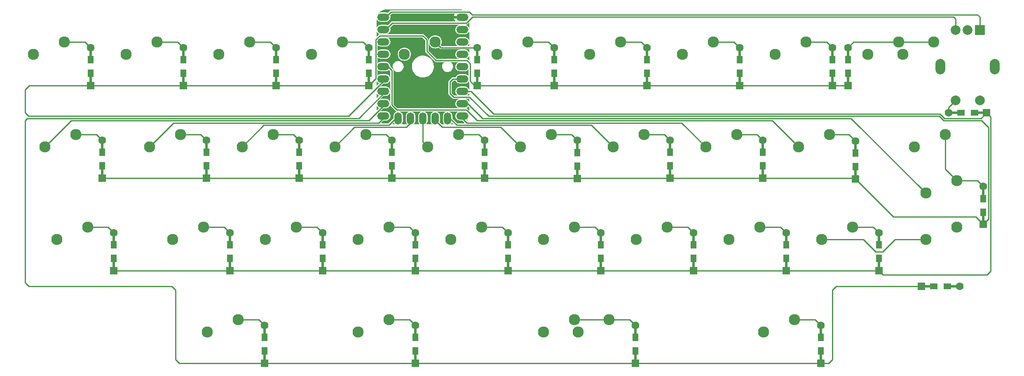
<source format=gbr>
%TF.GenerationSoftware,KiCad,Pcbnew,(7.0.0)*%
%TF.CreationDate,2023-08-24T19:00:58+02:00*%
%TF.ProjectId,QAZISOKLEWTFBBQ,51415a49-534f-44b4-9c45-575446424251,rev?*%
%TF.SameCoordinates,Original*%
%TF.FileFunction,Copper,L2,Bot*%
%TF.FilePolarity,Positive*%
%FSLAX46Y46*%
G04 Gerber Fmt 4.6, Leading zero omitted, Abs format (unit mm)*
G04 Created by KiCad (PCBNEW (7.0.0)) date 2023-08-24 19:00:58*
%MOMM*%
%LPD*%
G01*
G04 APERTURE LIST*
%TA.AperFunction,ComponentPad*%
%ADD10C,2.300000*%
%TD*%
%TA.AperFunction,SMDPad,CuDef*%
%ADD11R,1.600000X1.200000*%
%TD*%
%TA.AperFunction,SMDPad,CuDef*%
%ADD12R,2.900000X0.500000*%
%TD*%
%TA.AperFunction,ComponentPad*%
%ADD13R,1.600000X1.600000*%
%TD*%
%TA.AperFunction,ComponentPad*%
%ADD14C,1.600000*%
%TD*%
%TA.AperFunction,SMDPad,CuDef*%
%ADD15R,1.200000X1.600000*%
%TD*%
%TA.AperFunction,SMDPad,CuDef*%
%ADD16R,0.500000X2.900000*%
%TD*%
%TA.AperFunction,WasherPad*%
%ADD17O,2.000000X3.200000*%
%TD*%
%TA.AperFunction,ComponentPad*%
%ADD18R,2.000000X2.000000*%
%TD*%
%TA.AperFunction,ComponentPad*%
%ADD19C,2.000000*%
%TD*%
%TA.AperFunction,ComponentPad*%
%ADD20O,2.500000X1.500000*%
%TD*%
%TA.AperFunction,ComponentPad*%
%ADD21O,1.500000X2.500000*%
%TD*%
%TA.AperFunction,Conductor*%
%ADD22C,0.250000*%
%TD*%
G04 APERTURE END LIST*
D10*
%TO.P,MX10,1,1*%
%TO.N,COL9*%
X208121250Y-30797500D03*
%TO.P,MX10,2,2*%
%TO.N,Net-(D10-A)*%
X214471250Y-28257500D03*
%TD*%
D11*
%TO.P,D35,1,K*%
%TO.N,ROW3*%
X214499999Y-78581249D03*
D12*
X213399999Y-78581249D03*
D13*
X211999999Y-78581249D03*
D14*
%TO.P,D35,2,A*%
%TO.N,Net-(D35-A)*%
X219800000Y-78581250D03*
D12*
X218399999Y-78581249D03*
D11*
X217299999Y-78581249D03*
%TD*%
D15*
%TO.P,D12,1,K*%
%TO.N,ROW1*%
X65087499Y-53787499D03*
D16*
X65087499Y-54887499D03*
D13*
X65087499Y-56287499D03*
D14*
%TO.P,D12,2,A*%
%TO.N,Net-(D12-A)*%
X65087500Y-48487500D03*
D16*
X65087499Y-49887499D03*
D15*
X65087499Y-50987499D03*
%TD*%
D10*
%TO.P,MX18,1,1*%
%TO.N,COL7*%
X167640000Y-49847500D03*
%TO.P,MX18,2,2*%
%TO.N,Net-(D18-A)*%
X173990000Y-47307500D03*
%TD*%
D15*
%TO.P,D30,1,K*%
%TO.N,ROW3*%
X76993749Y-91887499D03*
D16*
X76993749Y-92987499D03*
D13*
X76993749Y-94387499D03*
D14*
%TO.P,D30,2,A*%
%TO.N,Net-(D30-A)*%
X76993750Y-86587500D03*
D16*
X76993749Y-87987499D03*
D15*
X76993749Y-89087499D03*
%TD*%
%TO.P,D27,1,K*%
%TO.N,ROW2*%
X165099999Y-72837499D03*
D16*
X165099999Y-73937499D03*
D13*
X165099999Y-75337499D03*
D14*
%TO.P,D27,2,A*%
%TO.N,Net-(D27-A)*%
X165100000Y-67537500D03*
D16*
X165099999Y-68937499D03*
D15*
X165099999Y-70037499D03*
%TD*%
D10*
%TO.P,MX19,1,1*%
%TO.N,COL8*%
X186690000Y-49847500D03*
%TO.P,MX19,2,2*%
%TO.N,Net-(D19-A)*%
X193040000Y-47307500D03*
%TD*%
D15*
%TO.P,D32,1,K*%
%TO.N,ROW3*%
X153193749Y-91887499D03*
D16*
X153193749Y-92987499D03*
D13*
X153193749Y-94387499D03*
D14*
%TO.P,D32,2,A*%
%TO.N,Net-(D32-A)*%
X153193750Y-86587500D03*
D16*
X153193749Y-87987499D03*
D15*
X153193749Y-89087499D03*
%TD*%
D10*
%TO.P,MX27,1,1*%
%TO.N,COL6*%
X153352500Y-68897500D03*
%TO.P,MX27,2,2*%
%TO.N,Net-(D27-A)*%
X159702500Y-66357500D03*
%TD*%
D15*
%TO.P,D16,1,K*%
%TO.N,ROW1*%
X141287499Y-53856249D03*
D16*
X141287499Y-54956249D03*
D13*
X141287499Y-56356249D03*
D14*
%TO.P,D16,2,A*%
%TO.N,Net-(D16-A)*%
X141287500Y-48556250D03*
D16*
X141287499Y-49956249D03*
D15*
X141287499Y-51056249D03*
%TD*%
D10*
%TO.P,MX23,1,1*%
%TO.N,COL2*%
X77152500Y-68897500D03*
%TO.P,MX23,2,2*%
%TO.N,Net-(D23-A)*%
X83502500Y-66357500D03*
%TD*%
D15*
%TO.P,D21,1,K*%
%TO.N,ROW2*%
X46037499Y-72837499D03*
D16*
X46037499Y-73937499D03*
D13*
X46037499Y-75337499D03*
D14*
%TO.P,D21,2,A*%
%TO.N,Net-(D21-A)*%
X46037500Y-67537500D03*
D16*
X46037499Y-68937499D03*
D15*
X46037499Y-70037499D03*
%TD*%
D17*
%TO.P,SW1,*%
%TO.N,*%
X227056249Y-33337499D03*
X215856249Y-33337499D03*
D18*
%TO.P,SW1,A,A*%
%TO.N,ROTARY_A*%
X223956249Y-25837499D03*
D19*
%TO.P,SW1,B,B*%
%TO.N,ROTARY_B*%
X218956250Y-25837500D03*
%TO.P,SW1,C,C*%
%TO.N,GND*%
X221456250Y-25837500D03*
%TO.P,SW1,S1,S1*%
%TO.N,Net-(D34-A)*%
X218956250Y-40337500D03*
%TO.P,SW1,S2,S2*%
%TO.N,COL9*%
X223956250Y-40337500D03*
%TD*%
D10*
%TO.P,MX16,1,1*%
%TO.N,COL5*%
X129540000Y-49847500D03*
%TO.P,MX16,2,2*%
%TO.N,Net-(D16-A)*%
X135890000Y-47307500D03*
%TD*%
%TO.P,MX20,1,1*%
%TO.N,COL9*%
X212883750Y-59372500D03*
%TO.P,MX20,2,2*%
%TO.N,Net-(D20-A)*%
X219233750Y-56832500D03*
%TD*%
D15*
%TO.P,D33,1,K*%
%TO.N,ROW3*%
X191293749Y-91887499D03*
D16*
X191293749Y-92987499D03*
D13*
X191293749Y-94387499D03*
D14*
%TO.P,D33,2,A*%
%TO.N,Net-(D33-A)*%
X191293750Y-86587500D03*
D16*
X191293749Y-87987499D03*
D15*
X191293749Y-89087499D03*
%TD*%
D11*
%TO.P,D34,1,K*%
%TO.N,ROW2*%
X222856249Y-42862499D03*
D12*
X223956249Y-42862499D03*
D13*
X225356249Y-42862499D03*
D14*
%TO.P,D34,2,A*%
%TO.N,Net-(D34-A)*%
X217556250Y-42862500D03*
D12*
X218956249Y-42862499D03*
D11*
X220056249Y-42862499D03*
%TD*%
D15*
%TO.P,D28,1,K*%
%TO.N,ROW2*%
X184149999Y-72837499D03*
D16*
X184149999Y-73937499D03*
D13*
X184149999Y-75337499D03*
D14*
%TO.P,D28,2,A*%
%TO.N,Net-(D28-A)*%
X184150000Y-67537500D03*
D16*
X184149999Y-68937499D03*
D15*
X184149999Y-70037499D03*
%TD*%
D10*
%TO.P,MX29,1,1*%
%TO.N,COL8*%
X191452500Y-68897500D03*
%TO.P,MX29,2,2*%
%TO.N,Net-(D29-A)*%
X197802500Y-66357500D03*
%TD*%
%TO.P,MX32,1,1*%
%TO.N,COL5*%
X141446250Y-87947500D03*
%TO.P,MX32,2,2*%
%TO.N,Net-(D32-A)*%
X147796250Y-85407500D03*
%TD*%
D15*
%TO.P,D31,1,K*%
%TO.N,ROW3*%
X107949999Y-91887499D03*
D16*
X107949999Y-92987499D03*
D13*
X107949999Y-94387499D03*
D14*
%TO.P,D31,2,A*%
%TO.N,Net-(D31-A)*%
X107950000Y-86587500D03*
D16*
X107949999Y-87987499D03*
D15*
X107949999Y-89087499D03*
%TD*%
D10*
%TO.P,MX4,1,1*%
%TO.N,COL3*%
X86677500Y-30797500D03*
%TO.P,MX4,2,2*%
%TO.N,Net-(D4-A)*%
X93027500Y-28257500D03*
%TD*%
D15*
%TO.P,D17,1,K*%
%TO.N,ROW1*%
X160337499Y-53787499D03*
D16*
X160337499Y-54887499D03*
D13*
X160337499Y-56287499D03*
D14*
%TO.P,D17,2,A*%
%TO.N,Net-(D17-A)*%
X160337500Y-48487500D03*
D16*
X160337499Y-49887499D03*
D15*
X160337499Y-50987499D03*
%TD*%
D10*
%TO.P,MX36,1,1*%
%TO.N,COL5*%
X134302500Y-87947500D03*
%TO.P,MX36,2,2*%
%TO.N,Net-(D32-A)*%
X140652500Y-85407500D03*
%TD*%
%TO.P,MX31,1,1*%
%TO.N,COL3*%
X96202500Y-87947500D03*
%TO.P,MX31,2,2*%
%TO.N,Net-(D31-A)*%
X102552500Y-85407500D03*
%TD*%
D15*
%TO.P,D6,1,K*%
%TO.N,ROW0*%
X136524999Y-34737499D03*
D16*
X136524999Y-35837499D03*
D13*
X136524999Y-37237499D03*
D14*
%TO.P,D6,2,A*%
%TO.N,Net-(D6-A)*%
X136525000Y-29437500D03*
D16*
X136524999Y-30837499D03*
D15*
X136524999Y-31937499D03*
%TD*%
%TO.P,D9,1,K*%
%TO.N,ROW0*%
X193674999Y-34737499D03*
D16*
X193674999Y-35837499D03*
D13*
X193674999Y-37237499D03*
D14*
%TO.P,D9,2,A*%
%TO.N,Net-(D9-A)*%
X193675000Y-29437500D03*
D16*
X193674999Y-30837499D03*
D15*
X193674999Y-31937499D03*
%TD*%
%TO.P,D26,1,K*%
%TO.N,ROW2*%
X146049999Y-72837499D03*
D16*
X146049999Y-73937499D03*
D13*
X146049999Y-75337499D03*
D14*
%TO.P,D26,2,A*%
%TO.N,Net-(D26-A)*%
X146050000Y-67537500D03*
D16*
X146049999Y-68937499D03*
D15*
X146049999Y-70037499D03*
%TD*%
D10*
%TO.P,MX14,1,1*%
%TO.N,COL3*%
X91440000Y-49847500D03*
%TO.P,MX14,2,2*%
%TO.N,Net-(D14-A)*%
X97790000Y-47307500D03*
%TD*%
D15*
%TO.P,D20,1,K*%
%TO.N,ROW1*%
X224631249Y-63312499D03*
D16*
X224631249Y-64412499D03*
D13*
X224631249Y-65812499D03*
D14*
%TO.P,D20,2,A*%
%TO.N,Net-(D20-A)*%
X224631250Y-58012500D03*
D16*
X224631249Y-59412499D03*
D15*
X224631249Y-60512499D03*
%TD*%
D10*
%TO.P,MX13,1,1*%
%TO.N,COL2*%
X72390000Y-49847500D03*
%TO.P,MX13,2,2*%
%TO.N,Net-(D13-A)*%
X78740000Y-47307500D03*
%TD*%
D15*
%TO.P,D23,1,K*%
%TO.N,ROW2*%
X88899999Y-72837499D03*
D16*
X88899999Y-73937499D03*
D13*
X88899999Y-75337499D03*
D14*
%TO.P,D23,2,A*%
%TO.N,Net-(D23-A)*%
X88900000Y-67537500D03*
D16*
X88899999Y-68937499D03*
D15*
X88899999Y-70037499D03*
%TD*%
%TO.P,D18,1,K*%
%TO.N,ROW1*%
X179387499Y-53787499D03*
D16*
X179387499Y-54887499D03*
D13*
X179387499Y-56287499D03*
D14*
%TO.P,D18,2,A*%
%TO.N,Net-(D18-A)*%
X179387500Y-48487500D03*
D16*
X179387499Y-49887499D03*
D15*
X179387499Y-50987499D03*
%TD*%
D10*
%TO.P,MX30,1,1*%
%TO.N,COL1*%
X65246250Y-87947500D03*
%TO.P,MX30,2,2*%
%TO.N,Net-(D30-A)*%
X71596250Y-85407500D03*
%TD*%
%TO.P,MX15,1,1*%
%TO.N,COL4*%
X110490000Y-49847500D03*
%TO.P,MX15,2,2*%
%TO.N,Net-(D15-A)*%
X116840000Y-47307500D03*
%TD*%
D15*
%TO.P,D5,1,K*%
%TO.N,ROW0*%
X120649999Y-34737499D03*
D16*
X120649999Y-35837499D03*
D13*
X120649999Y-37237499D03*
D14*
%TO.P,D5,2,A*%
%TO.N,Net-(D5-A)*%
X120650000Y-29437500D03*
D16*
X120649999Y-30837499D03*
D15*
X120649999Y-31937499D03*
%TD*%
D10*
%TO.P,MX22,1,1*%
%TO.N,COL1*%
X58102500Y-68897500D03*
%TO.P,MX22,2,2*%
%TO.N,Net-(D22-A)*%
X64452500Y-66357500D03*
%TD*%
%TO.P,MX3,1,1*%
%TO.N,COL2*%
X67627500Y-30797500D03*
%TO.P,MX3,2,2*%
%TO.N,Net-(D3-A)*%
X73977500Y-28257500D03*
%TD*%
D15*
%TO.P,D24,1,K*%
%TO.N,ROW2*%
X107949999Y-72837499D03*
D16*
X107949999Y-73937499D03*
D13*
X107949999Y-75337499D03*
D14*
%TO.P,D24,2,A*%
%TO.N,Net-(D24-A)*%
X107950000Y-67537500D03*
D16*
X107949999Y-68937499D03*
D15*
X107949999Y-70037499D03*
%TD*%
%TO.P,D4,1,K*%
%TO.N,ROW0*%
X98424999Y-34737499D03*
D16*
X98424999Y-35837499D03*
D13*
X98424999Y-37237499D03*
D14*
%TO.P,D4,2,A*%
%TO.N,Net-(D4-A)*%
X98425000Y-29437500D03*
D16*
X98424999Y-30837499D03*
D15*
X98424999Y-31937499D03*
%TD*%
D10*
%TO.P,MX12,1,1*%
%TO.N,COL1*%
X53340000Y-49847500D03*
%TO.P,MX12,2,2*%
%TO.N,Net-(D12-A)*%
X59690000Y-47307500D03*
%TD*%
D15*
%TO.P,D11,1,K*%
%TO.N,ROW1*%
X43656249Y-53787499D03*
D16*
X43656249Y-54887499D03*
D13*
X43656249Y-56287499D03*
D14*
%TO.P,D11,2,A*%
%TO.N,Net-(D11-A)*%
X43656250Y-48487500D03*
D16*
X43656249Y-49887499D03*
D15*
X43656249Y-50987499D03*
%TD*%
D10*
%TO.P,MX1,1,1*%
%TO.N,COL0*%
X29527500Y-30797500D03*
%TO.P,MX1,2,2*%
%TO.N,Net-(D1-A)*%
X35877500Y-28257500D03*
%TD*%
%TO.P,MX17,1,1*%
%TO.N,COL6*%
X148590000Y-49847500D03*
%TO.P,MX17,2,2*%
%TO.N,Net-(D17-A)*%
X154940000Y-47307500D03*
%TD*%
D15*
%TO.P,D19,1,K*%
%TO.N,ROW1*%
X198437499Y-53974999D03*
D16*
X198437499Y-55074999D03*
D13*
X198437499Y-56474999D03*
D14*
%TO.P,D19,2,A*%
%TO.N,Net-(D19-A)*%
X198437500Y-48675000D03*
D16*
X198437499Y-50074999D03*
D15*
X198437499Y-51174999D03*
%TD*%
D10*
%TO.P,MX37,1,1*%
%TO.N,COL8*%
X212883750Y-68897500D03*
%TO.P,MX37,2,2*%
%TO.N,Net-(D35-A)*%
X219233750Y-66357500D03*
%TD*%
D15*
%TO.P,D8,1,K*%
%TO.N,ROW0*%
X174624999Y-34737499D03*
D16*
X174624999Y-35837499D03*
D13*
X174624999Y-37237499D03*
D14*
%TO.P,D8,2,A*%
%TO.N,Net-(D8-A)*%
X174625000Y-29437500D03*
D16*
X174624999Y-30837499D03*
D15*
X174624999Y-31937499D03*
%TD*%
D10*
%TO.P,MX2,1,1*%
%TO.N,COL1*%
X48577500Y-30797500D03*
%TO.P,MX2,2,2*%
%TO.N,Net-(D2-A)*%
X54927500Y-28257500D03*
%TD*%
%TO.P,MX35,1,1*%
%TO.N,COL9*%
X210502500Y-49847500D03*
%TO.P,MX35,2,2*%
%TO.N,Net-(D20-A)*%
X216852500Y-47307500D03*
%TD*%
%TO.P,MX11,1,1*%
%TO.N,COL0*%
X31908750Y-49847500D03*
%TO.P,MX11,2,2*%
%TO.N,Net-(D11-A)*%
X38258750Y-47307500D03*
%TD*%
%TO.P,MX24,1,1*%
%TO.N,COL3*%
X96202500Y-68897500D03*
%TO.P,MX24,2,2*%
%TO.N,Net-(D24-A)*%
X102552500Y-66357500D03*
%TD*%
D15*
%TO.P,D29,1,K*%
%TO.N,ROW2*%
X203199999Y-72837499D03*
D16*
X203199999Y-73937499D03*
D13*
X203199999Y-75337499D03*
D14*
%TO.P,D29,2,A*%
%TO.N,Net-(D29-A)*%
X203200000Y-67537500D03*
D16*
X203199999Y-68937499D03*
D15*
X203199999Y-70037499D03*
%TD*%
%TO.P,D15,1,K*%
%TO.N,ROW1*%
X122237499Y-53787499D03*
D16*
X122237499Y-54887499D03*
D13*
X122237499Y-56287499D03*
D14*
%TO.P,D15,2,A*%
%TO.N,Net-(D15-A)*%
X122237500Y-48487500D03*
D16*
X122237499Y-49887499D03*
D15*
X122237499Y-50987499D03*
%TD*%
D10*
%TO.P,MX25,1,1*%
%TO.N,COL4*%
X115252500Y-68897500D03*
%TO.P,MX25,2,2*%
%TO.N,Net-(D25-A)*%
X121602500Y-66357500D03*
%TD*%
%TO.P,MX9,1,1*%
%TO.N,COL8*%
X181927500Y-30797500D03*
%TO.P,MX9,2,2*%
%TO.N,Net-(D9-A)*%
X188277500Y-28257500D03*
%TD*%
%TO.P,MX5,1,1*%
%TO.N,COL4*%
X105727500Y-30797500D03*
%TO.P,MX5,2,2*%
%TO.N,Net-(D5-A)*%
X112077500Y-28257500D03*
%TD*%
%TO.P,MX26,1,1*%
%TO.N,COL5*%
X134302500Y-68897500D03*
%TO.P,MX26,2,2*%
%TO.N,Net-(D26-A)*%
X140652500Y-66357500D03*
%TD*%
%TO.P,MX7,1,1*%
%TO.N,COL6*%
X143827500Y-30797500D03*
%TO.P,MX7,2,2*%
%TO.N,Net-(D7-A)*%
X150177500Y-28257500D03*
%TD*%
D15*
%TO.P,D25,1,K*%
%TO.N,ROW2*%
X126999999Y-72837499D03*
D16*
X126999999Y-73937499D03*
D13*
X126999999Y-75337499D03*
D14*
%TO.P,D25,2,A*%
%TO.N,Net-(D25-A)*%
X127000000Y-67537500D03*
D16*
X126999999Y-68937499D03*
D15*
X126999999Y-70037499D03*
%TD*%
D10*
%TO.P,MX33,1,1*%
%TO.N,COL7*%
X179546250Y-87947500D03*
%TO.P,MX33,2,2*%
%TO.N,Net-(D33-A)*%
X185896250Y-85407500D03*
%TD*%
D15*
%TO.P,D22,1,K*%
%TO.N,ROW2*%
X69849999Y-72837499D03*
D16*
X69849999Y-73937499D03*
D13*
X69849999Y-75337499D03*
D14*
%TO.P,D22,2,A*%
%TO.N,Net-(D22-A)*%
X69850000Y-67537500D03*
D16*
X69849999Y-68937499D03*
D15*
X69849999Y-70037499D03*
%TD*%
D10*
%TO.P,MX28,1,1*%
%TO.N,COL7*%
X172402500Y-68897500D03*
%TO.P,MX28,2,2*%
%TO.N,Net-(D28-A)*%
X178752500Y-66357500D03*
%TD*%
D15*
%TO.P,D14,1,K*%
%TO.N,ROW1*%
X103187499Y-53787499D03*
D16*
X103187499Y-54887499D03*
D13*
X103187499Y-56287499D03*
D14*
%TO.P,D14,2,A*%
%TO.N,Net-(D14-A)*%
X103187500Y-48487500D03*
D16*
X103187499Y-49887499D03*
D15*
X103187499Y-50987499D03*
%TD*%
D10*
%TO.P,MX21,1,1*%
%TO.N,COL0*%
X34290000Y-68897500D03*
%TO.P,MX21,2,2*%
%TO.N,Net-(D21-A)*%
X40640000Y-66357500D03*
%TD*%
D15*
%TO.P,D2,1,K*%
%TO.N,ROW0*%
X60324999Y-34737499D03*
D16*
X60324999Y-35837499D03*
D13*
X60324999Y-37237499D03*
D14*
%TO.P,D2,2,A*%
%TO.N,Net-(D2-A)*%
X60325000Y-29437500D03*
D16*
X60324999Y-30837499D03*
D15*
X60324999Y-31937499D03*
%TD*%
D10*
%TO.P,MX34,1,1*%
%TO.N,COL9*%
X200977500Y-30797500D03*
%TO.P,MX34,2,2*%
%TO.N,Net-(D10-A)*%
X207327500Y-28257500D03*
%TD*%
%TO.P,MX8,1,1*%
%TO.N,COL7*%
X162877500Y-30797500D03*
%TO.P,MX8,2,2*%
%TO.N,Net-(D8-A)*%
X169227500Y-28257500D03*
%TD*%
D15*
%TO.P,D1,1,K*%
%TO.N,ROW0*%
X41274999Y-34737499D03*
D16*
X41274999Y-35837499D03*
D13*
X41274999Y-37237499D03*
D14*
%TO.P,D1,2,A*%
%TO.N,Net-(D1-A)*%
X41275000Y-29437500D03*
D16*
X41274999Y-30837499D03*
D15*
X41274999Y-31937499D03*
%TD*%
%TO.P,D10,1,K*%
%TO.N,ROW0*%
X196849999Y-34737499D03*
D16*
X196849999Y-35837499D03*
D13*
X196849999Y-37237499D03*
D14*
%TO.P,D10,2,A*%
%TO.N,Net-(D10-A)*%
X196850000Y-29437500D03*
D16*
X196849999Y-30837499D03*
D15*
X196849999Y-31937499D03*
%TD*%
%TO.P,D7,1,K*%
%TO.N,ROW0*%
X155574999Y-34737499D03*
D16*
X155574999Y-35837499D03*
D13*
X155574999Y-37237499D03*
D14*
%TO.P,D7,2,A*%
%TO.N,Net-(D7-A)*%
X155575000Y-29437500D03*
D16*
X155574999Y-30837499D03*
D15*
X155574999Y-31937499D03*
%TD*%
%TO.P,D3,1,K*%
%TO.N,ROW0*%
X79374999Y-34737499D03*
D16*
X79374999Y-35837499D03*
D13*
X79374999Y-37237499D03*
D14*
%TO.P,D3,2,A*%
%TO.N,Net-(D3-A)*%
X79375000Y-29437500D03*
D16*
X79374999Y-30837499D03*
D15*
X79374999Y-31937499D03*
%TD*%
D10*
%TO.P,MX6,1,1*%
%TO.N,COL5*%
X124777500Y-30797500D03*
%TO.P,MX6,2,2*%
%TO.N,Net-(D6-A)*%
X131127500Y-28257500D03*
%TD*%
D15*
%TO.P,D13,1,K*%
%TO.N,ROW1*%
X84137499Y-53787499D03*
D16*
X84137499Y-54887499D03*
D13*
X84137499Y-56287499D03*
D14*
%TO.P,D13,2,A*%
%TO.N,Net-(D13-A)*%
X84137500Y-48487500D03*
D16*
X84137499Y-49887499D03*
D15*
X84137499Y-50987499D03*
%TD*%
D20*
%TO.P,RZ1,1,GP0*%
%TO.N,ROTARY_A*%
X101417499Y-23177499D03*
%TO.P,RZ1,2,GP1*%
%TO.N,ROTARY_B*%
X101417499Y-25717499D03*
%TO.P,RZ1,3,GP2*%
%TO.N,unconnected-(RZ1-GP2-Pad3)*%
X101417499Y-28257499D03*
%TO.P,RZ1,4,GP3*%
%TO.N,unconnected-(RZ1-GP3-Pad4)*%
X101417499Y-30797499D03*
%TO.P,RZ1,5,GP4*%
%TO.N,COL8*%
X101417499Y-33337499D03*
%TO.P,RZ1,6,GP5*%
%TO.N,ROW0*%
X101417499Y-35877499D03*
%TO.P,RZ1,7,GP6*%
%TO.N,ROW3*%
X101417499Y-38417499D03*
%TO.P,RZ1,8,GP7*%
%TO.N,COL0*%
X101417499Y-40957499D03*
%TO.P,RZ1,9,GP8*%
%TO.N,COL1*%
X101417499Y-43497499D03*
D21*
%TO.P,RZ1,10,GP9*%
%TO.N,COL2*%
X104457499Y-43997499D03*
%TO.P,RZ1,11,GP10*%
%TO.N,COL3*%
X106997499Y-43997499D03*
%TO.P,RZ1,12,GP11*%
%TO.N,COL4*%
X109537499Y-43997499D03*
%TO.P,RZ1,13,GP12*%
%TO.N,COL5*%
X112077499Y-43997499D03*
%TO.P,RZ1,14,GP13*%
%TO.N,COL6*%
X114617499Y-43997499D03*
D20*
%TO.P,RZ1,15,GP14*%
%TO.N,COL7*%
X117657499Y-43497499D03*
%TO.P,RZ1,16,GP15*%
%TO.N,COL9*%
X117657499Y-40957499D03*
%TO.P,RZ1,17,GP26*%
%TO.N,ROW2*%
X117657499Y-38417499D03*
%TO.P,RZ1,18,GP27*%
%TO.N,ROW1*%
X117657499Y-35877499D03*
%TO.P,RZ1,19,GP28*%
%TO.N,unconnected-(RZ1-GP28-Pad19)*%
X117657499Y-33337499D03*
%TO.P,RZ1,20,GP29*%
%TO.N,unconnected-(RZ1-GP29-Pad20)*%
X117657499Y-30797499D03*
%TO.P,RZ1,21,3V3*%
%TO.N,+3V3*%
X117657499Y-28257499D03*
%TO.P,RZ1,22,5V*%
%TO.N,+5V*%
X117657499Y-25717499D03*
%TO.P,RZ1,23,GND*%
%TO.N,GND*%
X117657499Y-23177499D03*
%TD*%
D22*
%TO.N,Net-(D1-A)*%
X35877500Y-28257500D02*
X40095000Y-28257500D01*
X40095000Y-28257500D02*
X41275000Y-29437500D01*
%TO.N,ROW0*%
X120127500Y-37237500D02*
X120650000Y-37237500D01*
X112256250Y-32087500D02*
X118606250Y-32087500D01*
X94264720Y-43550000D02*
X101917500Y-35897220D01*
X119232500Y-32713750D02*
X119232500Y-36342500D01*
X28643750Y-37237500D02*
X27781250Y-38100000D01*
X41275000Y-37237500D02*
X98425000Y-37237500D01*
X100667220Y-26987500D02*
X109537500Y-26987500D01*
X196850000Y-37237500D02*
X120650000Y-37237500D01*
X28468750Y-43550000D02*
X94264720Y-43550000D01*
X41275000Y-37237500D02*
X28643750Y-37237500D01*
X99842500Y-35820000D02*
X99842500Y-27812220D01*
X98425000Y-37237500D02*
X99842500Y-35820000D01*
X119232500Y-36342500D02*
X120127500Y-37237500D01*
X27781250Y-38100000D02*
X27781250Y-42862500D01*
X27781250Y-42862500D02*
X28468750Y-43550000D01*
X101917500Y-35897220D02*
X101917500Y-35877500D01*
X99842500Y-27812220D02*
X100667220Y-26987500D01*
X110331250Y-30162500D02*
X112256250Y-32087500D01*
X118606250Y-32087500D02*
X119232500Y-32713750D01*
X109537500Y-26987500D02*
X110331250Y-27781250D01*
X110331250Y-27781250D02*
X110331250Y-30162500D01*
%TO.N,Net-(D2-A)*%
X54927500Y-28257500D02*
X59145000Y-28257500D01*
X59145000Y-28257500D02*
X60325000Y-29437500D01*
%TO.N,Net-(D3-A)*%
X78195000Y-28257500D02*
X79375000Y-29437500D01*
X73977500Y-28257500D02*
X78195000Y-28257500D01*
%TO.N,Net-(D4-A)*%
X97245000Y-28257500D02*
X98425000Y-29437500D01*
X93027500Y-28257500D02*
X97245000Y-28257500D01*
%TO.N,Net-(D5-A)*%
X113257500Y-29437500D02*
X120650000Y-29437500D01*
X112077500Y-28257500D02*
X113257500Y-29437500D01*
%TO.N,Net-(D6-A)*%
X131127500Y-28257500D02*
X135345000Y-28257500D01*
X135345000Y-28257500D02*
X136525000Y-29437500D01*
%TO.N,Net-(D7-A)*%
X150177500Y-28257500D02*
X154395000Y-28257500D01*
X154395000Y-28257500D02*
X155575000Y-29437500D01*
%TO.N,Net-(D8-A)*%
X173445000Y-28257500D02*
X174625000Y-29437500D01*
X169227500Y-28257500D02*
X173445000Y-28257500D01*
%TO.N,Net-(D9-A)*%
X188277500Y-28257500D02*
X192495000Y-28257500D01*
X192495000Y-28257500D02*
X193675000Y-29437500D01*
%TO.N,Net-(D10-A)*%
X207327500Y-28257500D02*
X198030000Y-28257500D01*
X198030000Y-28257500D02*
X196850000Y-29437500D01*
X207327500Y-28257500D02*
X214471250Y-28257500D01*
%TO.N,Net-(D11-A)*%
X38258750Y-47307500D02*
X42476250Y-47307500D01*
X42476250Y-47307500D02*
X43656250Y-48487500D01*
%TO.N,ROW1*%
X115093750Y-36512500D02*
X115728750Y-35877500D01*
X215619854Y-43550000D02*
X123031250Y-43550000D01*
X224307155Y-44437500D02*
X216507354Y-44437500D01*
X225768750Y-45899095D02*
X224307155Y-44437500D01*
X224631250Y-65812500D02*
X225768750Y-64675000D01*
X206243900Y-64281400D02*
X223100150Y-64281400D01*
X43656250Y-56287500D02*
X198250000Y-56287500D01*
X198437500Y-56475000D02*
X206243900Y-64281400D01*
X115093750Y-38893750D02*
X115093750Y-36512500D01*
X115834375Y-39634375D02*
X115093750Y-38893750D01*
X198250000Y-56287500D02*
X198437500Y-56475000D01*
X216507354Y-44437500D02*
X215619854Y-43550000D01*
X123031250Y-43550000D02*
X119115625Y-39634375D01*
X223100150Y-64281400D02*
X224631250Y-65812500D01*
X225768750Y-64675000D02*
X225768750Y-45899095D01*
X115728750Y-35877500D02*
X117157500Y-35877500D01*
X119115625Y-39634375D02*
X115834375Y-39634375D01*
%TO.N,Net-(D12-A)*%
X63907500Y-47307500D02*
X65087500Y-48487500D01*
X59690000Y-47307500D02*
X63907500Y-47307500D01*
%TO.N,Net-(D13-A)*%
X82957500Y-47307500D02*
X84137500Y-48487500D01*
X78740000Y-47307500D02*
X82957500Y-47307500D01*
%TO.N,Net-(D14-A)*%
X97790000Y-47307500D02*
X102007500Y-47307500D01*
X102007500Y-47307500D02*
X103187500Y-48487500D01*
%TO.N,Net-(D15-A)*%
X121057500Y-47307500D02*
X122237500Y-48487500D01*
X116840000Y-47307500D02*
X121057500Y-47307500D01*
%TO.N,Net-(D16-A)*%
X135890000Y-47307500D02*
X140038750Y-47307500D01*
X140038750Y-47307500D02*
X141287500Y-48556250D01*
%TO.N,Net-(D17-A)*%
X159157500Y-47307500D02*
X160337500Y-48487500D01*
X154940000Y-47307500D02*
X159157500Y-47307500D01*
%TO.N,Net-(D18-A)*%
X178207500Y-47307500D02*
X179387500Y-48487500D01*
X173990000Y-47307500D02*
X178207500Y-47307500D01*
%TO.N,Net-(D19-A)*%
X197070000Y-47307500D02*
X198437500Y-48675000D01*
X193040000Y-47307500D02*
X197070000Y-47307500D01*
%TO.N,Net-(D20-A)*%
X223451250Y-56832500D02*
X224631250Y-58012500D01*
X216852500Y-54451250D02*
X219233750Y-56832500D01*
X219233750Y-56832500D02*
X223451250Y-56832500D01*
X216852500Y-47307500D02*
X216852500Y-54451250D01*
%TO.N,Net-(D21-A)*%
X44857500Y-66357500D02*
X46037500Y-67537500D01*
X40640000Y-66357500D02*
X44857500Y-66357500D01*
%TO.N,ROW2*%
X226218750Y-43725000D02*
X225356250Y-42862500D01*
X224231250Y-43987500D02*
X225356250Y-42862500D01*
X204050150Y-76187650D02*
X225412650Y-76187650D01*
X46037500Y-75337500D02*
X203200000Y-75337500D01*
X226218750Y-75406250D02*
X226218750Y-43725000D01*
X216693750Y-43987500D02*
X224231250Y-43987500D01*
X119380000Y-38417500D02*
X124062500Y-43100000D01*
X117157500Y-38417500D02*
X119380000Y-38417500D01*
X225412650Y-76187650D02*
X225425000Y-76200000D01*
X225425000Y-76200000D02*
X226218750Y-75406250D01*
X124062500Y-43100000D02*
X215806250Y-43100000D01*
X215806250Y-43100000D02*
X216693750Y-43987500D01*
X203200000Y-75337500D02*
X204050150Y-76187650D01*
%TO.N,Net-(D22-A)*%
X68670000Y-66357500D02*
X69850000Y-67537500D01*
X64452500Y-66357500D02*
X68670000Y-66357500D01*
%TO.N,Net-(D23-A)*%
X83502500Y-66357500D02*
X87720000Y-66357500D01*
X87720000Y-66357500D02*
X88900000Y-67537500D01*
%TO.N,Net-(D24-A)*%
X106770000Y-66357500D02*
X107950000Y-67537500D01*
X102552500Y-66357500D02*
X106770000Y-66357500D01*
%TO.N,Net-(D25-A)*%
X121602500Y-66357500D02*
X125820000Y-66357500D01*
X125820000Y-66357500D02*
X127000000Y-67537500D01*
%TO.N,Net-(D26-A)*%
X140652500Y-66357500D02*
X144870000Y-66357500D01*
X144870000Y-66357500D02*
X146050000Y-67537500D01*
%TO.N,Net-(D27-A)*%
X163920000Y-66357500D02*
X165100000Y-67537500D01*
X159702500Y-66357500D02*
X163920000Y-66357500D01*
%TO.N,Net-(D28-A)*%
X178752500Y-66357500D02*
X182970000Y-66357500D01*
X182970000Y-66357500D02*
X184150000Y-67537500D01*
%TO.N,Net-(D29-A)*%
X197802500Y-66357500D02*
X202020000Y-66357500D01*
X202020000Y-66357500D02*
X203200000Y-67537500D01*
%TO.N,Net-(D30-A)*%
X71596250Y-85407500D02*
X75813750Y-85407500D01*
X75813750Y-85407500D02*
X76993750Y-86587500D01*
%TO.N,ROW3*%
X58737500Y-93662500D02*
X58737500Y-79375000D01*
X59462500Y-94387500D02*
X58737500Y-93662500D01*
X58737500Y-79375000D02*
X57943750Y-78581250D01*
X27781250Y-77787500D02*
X27781250Y-44450000D01*
X194468750Y-78581250D02*
X212000000Y-78581250D01*
X28231250Y-44000000D02*
X96354720Y-44000000D01*
X76993750Y-94387500D02*
X59462500Y-94387500D01*
X193675000Y-93662500D02*
X193675000Y-79375000D01*
X96354720Y-44000000D02*
X101917500Y-38437220D01*
X191293750Y-94387500D02*
X192950000Y-94387500D01*
X191293750Y-94387500D02*
X76993750Y-94387500D01*
X193675000Y-79375000D02*
X194468750Y-78581250D01*
X57943750Y-78581250D02*
X28575000Y-78581250D01*
X192950000Y-94387500D02*
X193675000Y-93662500D01*
X28575000Y-78581250D02*
X27781250Y-77787500D01*
X101917500Y-38437220D02*
X101917500Y-38417500D01*
X27781250Y-44450000D02*
X28231250Y-44000000D01*
%TO.N,Net-(D31-A)*%
X102552500Y-85407500D02*
X106770000Y-85407500D01*
X106770000Y-85407500D02*
X107950000Y-86587500D01*
%TO.N,Net-(D32-A)*%
X147796250Y-85407500D02*
X152013750Y-85407500D01*
X140652500Y-85407500D02*
X147796250Y-85407500D01*
X152013750Y-85407500D02*
X153193750Y-86587500D01*
%TO.N,Net-(D33-A)*%
X190113750Y-85407500D02*
X191293750Y-86587500D01*
X185896250Y-85407500D02*
X190113750Y-85407500D01*
%TO.N,COL0*%
X98425000Y-44450000D02*
X101917500Y-40957500D01*
X37306250Y-44450000D02*
X98425000Y-44450000D01*
X31908750Y-49847500D02*
X37306250Y-44450000D01*
%TO.N,COL1*%
X53340000Y-49847500D02*
X58255000Y-44932500D01*
X100482500Y-44932500D02*
X101917500Y-43497500D01*
X58255000Y-44932500D02*
X100482500Y-44932500D01*
%TO.N,COL2*%
X72390000Y-49847500D02*
X76855000Y-45382500D01*
X76855000Y-45382500D02*
X102572500Y-45382500D01*
X102572500Y-45382500D02*
X104457500Y-43497500D01*
%TO.N,COL3*%
X91440000Y-49847500D02*
X95455000Y-45832500D01*
X106997500Y-44992500D02*
X106997500Y-43497500D01*
X95455000Y-45832500D02*
X106157500Y-45832500D01*
X106157500Y-45832500D02*
X106997500Y-44992500D01*
%TO.N,COL4*%
X109537500Y-48895000D02*
X109537500Y-43497500D01*
X110490000Y-49847500D02*
X109537500Y-48895000D01*
%TO.N,COL5*%
X112077500Y-44403750D02*
X112077500Y-43497500D01*
X113506250Y-45832500D02*
X112077500Y-44403750D01*
X129540000Y-49847500D02*
X125525000Y-45832500D01*
X125525000Y-45832500D02*
X113506250Y-45832500D01*
%TO.N,COL6*%
X144125000Y-45382500D02*
X116502500Y-45382500D01*
X116502500Y-45382500D02*
X114617500Y-43497500D01*
X148590000Y-49847500D02*
X144125000Y-45382500D01*
%TO.N,COL7*%
X118592500Y-44932500D02*
X117157500Y-43497500D01*
X162725000Y-44932500D02*
X118592500Y-44932500D01*
X167640000Y-49847500D02*
X162725000Y-44932500D01*
%TO.N,COL8*%
X200010000Y-68897500D02*
X202550000Y-71437500D01*
X103187500Y-41275000D02*
X103187500Y-34131250D01*
X120650000Y-44450000D02*
X118448470Y-42248470D01*
X186690000Y-49847500D02*
X181292500Y-44450000D01*
X104160970Y-42248470D02*
X103187500Y-41275000D01*
X103187500Y-34131250D02*
X102393750Y-33337500D01*
X206533750Y-68897500D02*
X212883750Y-68897500D01*
X181292500Y-44450000D02*
X120650000Y-44450000D01*
X191452500Y-68897500D02*
X200010000Y-68897500D01*
X118448470Y-42248470D02*
X104160970Y-42248470D01*
X102393750Y-33337500D02*
X101917500Y-33337500D01*
X202550000Y-71437500D02*
X203993750Y-71437500D01*
X203993750Y-71437500D02*
X206533750Y-68897500D01*
%TO.N,COL9*%
X118745000Y-40957500D02*
X117157500Y-40957500D01*
X197511250Y-44000000D02*
X121787500Y-44000000D01*
X121787500Y-44000000D02*
X118745000Y-40957500D01*
X212883750Y-59372500D02*
X197511250Y-44000000D01*
%TO.N,Net-(D34-A)*%
X217556250Y-41737500D02*
X217556250Y-42862500D01*
X218956250Y-40337500D02*
X217556250Y-41737500D01*
%TO.N,ROTARY_A*%
X223956250Y-25837500D02*
X223956250Y-23137500D01*
X119062500Y-22102500D02*
X102992500Y-22102500D01*
X119641250Y-22681250D02*
X119062500Y-22102500D01*
X223956250Y-23137500D02*
X223500000Y-22681250D01*
X223500000Y-22681250D02*
X119641250Y-22681250D01*
X102992500Y-22102500D02*
X101917500Y-23177500D01*
%TO.N,ROTARY_B*%
X134143750Y-23131250D02*
X133237500Y-23131250D01*
X218956250Y-23563109D02*
X218524391Y-23131250D01*
X119062500Y-23812500D02*
X118516379Y-24358621D01*
X215900000Y-23131250D02*
X134143750Y-23131250D01*
X103276379Y-24358621D02*
X101917500Y-25717500D01*
X118516379Y-24358621D02*
X103276379Y-24358621D01*
X119743750Y-23131250D02*
X119062500Y-23812500D01*
X218524391Y-23131250D02*
X215900000Y-23131250D01*
X134143750Y-23131250D02*
X119743750Y-23131250D01*
X218956250Y-25837500D02*
X218956250Y-23563109D01*
X215900000Y-23131250D02*
X209550000Y-23131250D01*
%TD*%
%TA.AperFunction,Conductor*%
%TO.N,GND*%
G36*
X116140665Y-22430840D02*
G01*
X116144495Y-22437956D01*
X116142697Y-22445835D01*
X116052589Y-22582341D01*
X116052105Y-22583240D01*
X115964074Y-22789201D01*
X115963761Y-22790163D01*
X115932801Y-22925810D01*
X115932899Y-22927114D01*
X115934148Y-22927500D01*
X117896000Y-22927500D01*
X117904132Y-22930868D01*
X117907500Y-22939000D01*
X117907500Y-23416000D01*
X117904132Y-23424132D01*
X117896000Y-23427500D01*
X115931593Y-23427500D01*
X115930361Y-23427859D01*
X115930169Y-23429131D01*
X115933846Y-23456268D01*
X115934073Y-23457261D01*
X116003286Y-23670280D01*
X116003687Y-23671217D01*
X116109820Y-23868446D01*
X116110391Y-23869310D01*
X116226136Y-24014451D01*
X116228613Y-24022480D01*
X116224967Y-24030051D01*
X116217145Y-24033121D01*
X103291085Y-24033121D01*
X103290083Y-24033077D01*
X103248573Y-24029445D01*
X103248569Y-24029445D01*
X103247572Y-24029358D01*
X103246602Y-24029617D01*
X103246600Y-24029618D01*
X103206344Y-24040404D01*
X103205365Y-24040621D01*
X103164323Y-24047858D01*
X103164319Y-24047859D01*
X103163334Y-24048033D01*
X103162468Y-24048532D01*
X103162465Y-24048534D01*
X103152052Y-24054546D01*
X103149280Y-24055694D01*
X103137666Y-24058806D01*
X103137661Y-24058807D01*
X103136695Y-24059067D01*
X103135873Y-24059642D01*
X103135874Y-24059642D01*
X103101735Y-24083545D01*
X103100889Y-24084083D01*
X103064794Y-24104924D01*
X103064791Y-24104926D01*
X103063924Y-24105427D01*
X103063279Y-24106194D01*
X103063277Y-24106197D01*
X103036491Y-24138118D01*
X103035814Y-24138858D01*
X102324648Y-24850024D01*
X102318688Y-24853185D01*
X102311981Y-24852460D01*
X102204048Y-24806143D01*
X102204047Y-24806142D01*
X102203512Y-24805913D01*
X102202949Y-24805797D01*
X102202942Y-24805795D01*
X102014721Y-24767116D01*
X102014719Y-24767115D01*
X102014156Y-24767000D01*
X100869294Y-24767000D01*
X100869010Y-24767028D01*
X100869007Y-24767029D01*
X100725756Y-24781596D01*
X100725752Y-24781596D01*
X100725179Y-24781655D01*
X100724628Y-24781827D01*
X100724627Y-24781828D01*
X100541283Y-24839353D01*
X100540732Y-24839526D01*
X100540231Y-24839803D01*
X100540224Y-24839807D01*
X100372218Y-24933058D01*
X100372214Y-24933060D01*
X100371709Y-24933341D01*
X100371275Y-24933712D01*
X100371267Y-24933719D01*
X100225477Y-25058877D01*
X100225471Y-25058882D01*
X100225032Y-25059260D01*
X100224676Y-25059718D01*
X100224671Y-25059725D01*
X100107059Y-25211667D01*
X100107054Y-25211674D01*
X100106704Y-25212127D01*
X100106450Y-25212642D01*
X100106449Y-25212646D01*
X100034325Y-25359681D01*
X100028933Y-25365004D01*
X100021400Y-25365818D01*
X100014996Y-25361770D01*
X100012500Y-25354616D01*
X100012500Y-23596140D01*
X100012529Y-23595320D01*
X100016201Y-23543969D01*
X100019260Y-23536950D01*
X100026048Y-23533406D01*
X100033557Y-23534911D01*
X100038456Y-23540797D01*
X100059532Y-23597704D01*
X100059534Y-23597709D01*
X100059736Y-23598253D01*
X100161991Y-23762307D01*
X100295177Y-23902419D01*
X100453842Y-24012853D01*
X100631488Y-24089087D01*
X100820844Y-24128000D01*
X101965419Y-24128000D01*
X101965706Y-24128000D01*
X102109821Y-24113345D01*
X102294268Y-24055474D01*
X102463291Y-23961659D01*
X102609968Y-23835740D01*
X102728296Y-23682873D01*
X102813430Y-23509316D01*
X102861885Y-23322174D01*
X102871676Y-23129110D01*
X102842403Y-22938026D01*
X102784124Y-22780671D01*
X102783675Y-22774222D01*
X102786775Y-22768549D01*
X103123957Y-22431368D01*
X103132090Y-22428000D01*
X116133099Y-22428000D01*
X116140665Y-22430840D01*
G37*
%TD.AperFunction*%
%TD*%
%TA.AperFunction,NonConductor*%
G36*
X117069145Y-21596378D02*
G01*
X117069863Y-21596404D01*
X117346336Y-21616179D01*
X117347949Y-21616412D01*
X117625187Y-21676724D01*
X117626739Y-21677179D01*
X117803369Y-21743061D01*
X117834639Y-21754725D01*
X117840613Y-21759809D01*
X117841937Y-21767542D01*
X117837995Y-21774324D01*
X117830620Y-21777000D01*
X103007213Y-21777000D01*
X103006211Y-21776956D01*
X102964694Y-21773323D01*
X102964690Y-21773323D01*
X102963693Y-21773236D01*
X102962723Y-21773495D01*
X102962721Y-21773496D01*
X102922458Y-21784284D01*
X102921479Y-21784501D01*
X102880444Y-21791737D01*
X102880440Y-21791738D01*
X102879455Y-21791912D01*
X102878589Y-21792411D01*
X102878586Y-21792413D01*
X102868173Y-21798425D01*
X102865401Y-21799573D01*
X102853787Y-21802685D01*
X102853782Y-21802686D01*
X102852816Y-21802946D01*
X102851994Y-21803521D01*
X102851995Y-21803521D01*
X102817856Y-21827424D01*
X102817010Y-21827962D01*
X102780915Y-21848803D01*
X102780912Y-21848805D01*
X102780045Y-21849306D01*
X102779400Y-21850073D01*
X102779398Y-21850076D01*
X102752612Y-21881997D01*
X102751935Y-21882737D01*
X102324648Y-22310024D01*
X102318688Y-22313185D01*
X102311981Y-22312460D01*
X102204048Y-22266143D01*
X102204047Y-22266142D01*
X102203512Y-22265913D01*
X102202949Y-22265797D01*
X102202942Y-22265795D01*
X102014721Y-22227116D01*
X102014719Y-22227115D01*
X102014156Y-22227000D01*
X100869294Y-22227000D01*
X100869010Y-22227028D01*
X100869007Y-22227029D01*
X100725756Y-22241596D01*
X100725752Y-22241596D01*
X100725179Y-22241655D01*
X100724628Y-22241827D01*
X100724627Y-22241828D01*
X100541283Y-22299353D01*
X100540732Y-22299526D01*
X100540231Y-22299803D01*
X100540224Y-22299807D01*
X100502445Y-22320776D01*
X100494881Y-22322049D01*
X100488199Y-22318282D01*
X100485372Y-22311151D01*
X100487657Y-22303830D01*
X100500518Y-22286650D01*
X100501579Y-22285425D01*
X100702214Y-22084792D01*
X100703439Y-22083731D01*
X100930579Y-21913698D01*
X100931946Y-21912820D01*
X101180961Y-21776849D01*
X101182445Y-21776171D01*
X101448292Y-21677019D01*
X101449848Y-21676562D01*
X101727091Y-21616254D01*
X101728696Y-21616023D01*
X102005126Y-21596254D01*
X102005933Y-21596226D01*
X117069145Y-21596378D01*
G37*
%TD.AperFunction*%
%TA.AperFunction,NonConductor*%
G36*
X100029708Y-26064892D02*
G01*
X100034784Y-26070881D01*
X100059532Y-26137704D01*
X100059534Y-26137709D01*
X100059736Y-26138253D01*
X100161991Y-26302307D01*
X100295177Y-26442419D01*
X100453842Y-26552853D01*
X100631488Y-26629087D01*
X100678370Y-26638721D01*
X100685471Y-26643383D01*
X100687434Y-26651647D01*
X100683190Y-26659005D01*
X100675053Y-26661442D01*
X100639415Y-26658324D01*
X100639411Y-26658324D01*
X100638413Y-26658237D01*
X100637443Y-26658496D01*
X100637441Y-26658497D01*
X100597185Y-26669283D01*
X100596206Y-26669500D01*
X100555164Y-26676737D01*
X100555160Y-26676738D01*
X100554175Y-26676912D01*
X100553309Y-26677411D01*
X100553306Y-26677413D01*
X100542893Y-26683425D01*
X100540121Y-26684573D01*
X100528507Y-26687685D01*
X100528502Y-26687686D01*
X100527536Y-26687946D01*
X100526714Y-26688521D01*
X100526715Y-26688521D01*
X100492573Y-26712426D01*
X100491727Y-26712964D01*
X100455635Y-26733803D01*
X100455632Y-26733805D01*
X100454765Y-26734306D01*
X100454120Y-26735073D01*
X100454118Y-26735076D01*
X100427337Y-26766991D01*
X100426660Y-26767731D01*
X100292551Y-26901841D01*
X100032130Y-27162261D01*
X100026244Y-27165408D01*
X100019599Y-27164754D01*
X100014438Y-27160518D01*
X100012500Y-27154129D01*
X100012500Y-26074875D01*
X100015180Y-26067495D01*
X100021971Y-26063555D01*
X100029708Y-26064892D01*
G37*
%TD.AperFunction*%
%TA.AperFunction,NonConductor*%
G36*
X119060004Y-28613230D02*
G01*
X119062500Y-28620384D01*
X119062500Y-29100500D01*
X119059132Y-29108632D01*
X119051000Y-29112000D01*
X118620976Y-29112000D01*
X118613937Y-29109594D01*
X118609843Y-29103382D01*
X118610408Y-29095965D01*
X118615395Y-29090445D01*
X118619111Y-29088382D01*
X118703291Y-29041659D01*
X118849968Y-28915740D01*
X118968296Y-28762873D01*
X119040674Y-28615319D01*
X119046067Y-28609996D01*
X119053600Y-28609182D01*
X119060004Y-28613230D01*
G37*
%TD.AperFunction*%
%TA.AperFunction,NonConductor*%
G36*
X119059132Y-24292458D02*
G01*
X119062500Y-24300590D01*
X119062500Y-25360125D01*
X119059820Y-25367505D01*
X119053029Y-25371445D01*
X119045292Y-25370108D01*
X119040216Y-25364119D01*
X119036696Y-25354616D01*
X119015264Y-25296747D01*
X118913009Y-25132693D01*
X118779823Y-24992581D01*
X118621158Y-24882147D01*
X118620626Y-24881918D01*
X118620623Y-24881917D01*
X118444048Y-24806143D01*
X118444047Y-24806142D01*
X118443512Y-24805913D01*
X118442949Y-24805797D01*
X118442942Y-24805795D01*
X118254721Y-24767116D01*
X118254719Y-24767115D01*
X118254156Y-24767000D01*
X117109294Y-24767000D01*
X117109010Y-24767028D01*
X117109007Y-24767029D01*
X116965756Y-24781596D01*
X116965752Y-24781596D01*
X116965179Y-24781655D01*
X116964628Y-24781827D01*
X116964627Y-24781828D01*
X116781283Y-24839353D01*
X116780732Y-24839526D01*
X116780231Y-24839803D01*
X116780224Y-24839807D01*
X116612218Y-24933058D01*
X116612214Y-24933060D01*
X116611709Y-24933341D01*
X116611275Y-24933712D01*
X116611267Y-24933719D01*
X116465477Y-25058877D01*
X116465471Y-25058882D01*
X116465032Y-25059260D01*
X116464676Y-25059718D01*
X116464671Y-25059725D01*
X116347059Y-25211667D01*
X116347054Y-25211674D01*
X116346704Y-25212127D01*
X116346450Y-25212642D01*
X116346449Y-25212646D01*
X116261823Y-25385167D01*
X116261821Y-25385172D01*
X116261570Y-25385684D01*
X116261428Y-25386230D01*
X116261425Y-25386240D01*
X116213261Y-25572259D01*
X116213259Y-25572266D01*
X116213115Y-25572826D01*
X116213085Y-25573409D01*
X116213085Y-25573412D01*
X116203353Y-25765307D01*
X116203353Y-25765312D01*
X116203324Y-25765890D01*
X116203411Y-25766463D01*
X116203412Y-25766467D01*
X116218160Y-25862740D01*
X116232597Y-25956974D01*
X116232798Y-25957518D01*
X116232799Y-25957520D01*
X116299532Y-26137704D01*
X116299534Y-26137709D01*
X116299736Y-26138253D01*
X116401991Y-26302307D01*
X116535177Y-26442419D01*
X116693842Y-26552853D01*
X116871488Y-26629087D01*
X117060844Y-26668000D01*
X118205419Y-26668000D01*
X118205706Y-26668000D01*
X118349821Y-26653345D01*
X118534268Y-26595474D01*
X118703291Y-26501659D01*
X118849968Y-26375740D01*
X118968296Y-26222873D01*
X119040674Y-26075319D01*
X119046067Y-26069996D01*
X119053600Y-26069182D01*
X119060004Y-26073230D01*
X119062500Y-26080384D01*
X119062500Y-27900125D01*
X119059820Y-27907505D01*
X119053029Y-27911445D01*
X119045292Y-27910108D01*
X119040216Y-27904119D01*
X119015467Y-27837295D01*
X119015466Y-27837294D01*
X119015264Y-27836747D01*
X118913009Y-27672693D01*
X118779823Y-27532581D01*
X118621158Y-27422147D01*
X118620626Y-27421918D01*
X118620623Y-27421917D01*
X118444048Y-27346143D01*
X118444047Y-27346142D01*
X118443512Y-27345913D01*
X118442949Y-27345797D01*
X118442942Y-27345795D01*
X118254721Y-27307116D01*
X118254719Y-27307115D01*
X118254156Y-27307000D01*
X117109294Y-27307000D01*
X117109010Y-27307028D01*
X117109007Y-27307029D01*
X116965756Y-27321596D01*
X116965752Y-27321596D01*
X116965179Y-27321655D01*
X116964628Y-27321827D01*
X116964627Y-27321828D01*
X116781283Y-27379353D01*
X116780732Y-27379526D01*
X116780231Y-27379803D01*
X116780224Y-27379807D01*
X116612218Y-27473058D01*
X116612214Y-27473060D01*
X116611709Y-27473341D01*
X116611275Y-27473712D01*
X116611267Y-27473719D01*
X116465477Y-27598877D01*
X116465471Y-27598882D01*
X116465032Y-27599260D01*
X116464676Y-27599718D01*
X116464671Y-27599725D01*
X116347059Y-27751667D01*
X116347054Y-27751674D01*
X116346704Y-27752127D01*
X116346450Y-27752642D01*
X116346449Y-27752646D01*
X116261823Y-27925167D01*
X116261821Y-27925172D01*
X116261570Y-27925684D01*
X116261428Y-27926230D01*
X116261425Y-27926240D01*
X116213261Y-28112259D01*
X116213259Y-28112266D01*
X116213115Y-28112826D01*
X116213085Y-28113409D01*
X116213085Y-28113412D01*
X116203353Y-28305307D01*
X116203353Y-28305312D01*
X116203324Y-28305890D01*
X116203411Y-28306463D01*
X116203412Y-28306467D01*
X116218160Y-28402740D01*
X116232597Y-28496974D01*
X116232798Y-28497518D01*
X116232799Y-28497520D01*
X116299532Y-28677704D01*
X116299534Y-28677709D01*
X116299736Y-28678253D01*
X116401991Y-28842307D01*
X116535177Y-28982419D01*
X116535654Y-28982751D01*
X116691267Y-29091061D01*
X116695579Y-29096780D01*
X116695670Y-29103943D01*
X116691504Y-29109769D01*
X116684697Y-29112000D01*
X113397090Y-29112000D01*
X113388958Y-29108632D01*
X113243581Y-28963255D01*
X113240257Y-28956125D01*
X113242292Y-28948529D01*
X113251535Y-28935330D01*
X113351403Y-28721163D01*
X113412563Y-28492908D01*
X113433159Y-28257500D01*
X113412563Y-28022092D01*
X113351403Y-27793837D01*
X113312646Y-27710724D01*
X113260886Y-27599725D01*
X113251535Y-27579671D01*
X113115995Y-27386099D01*
X112948901Y-27219005D01*
X112948492Y-27218719D01*
X112948489Y-27218716D01*
X112755746Y-27083756D01*
X112755743Y-27083754D01*
X112755330Y-27083465D01*
X112754875Y-27083253D01*
X112754872Y-27083251D01*
X112541619Y-26983809D01*
X112541612Y-26983806D01*
X112541163Y-26983597D01*
X112540680Y-26983467D01*
X112540673Y-26983465D01*
X112313392Y-26922566D01*
X112313384Y-26922564D01*
X112312908Y-26922437D01*
X112312408Y-26922393D01*
X112312407Y-26922393D01*
X112078003Y-26901885D01*
X112077500Y-26901841D01*
X112076997Y-26901885D01*
X111842592Y-26922393D01*
X111842589Y-26922393D01*
X111842092Y-26922437D01*
X111841617Y-26922564D01*
X111841607Y-26922566D01*
X111614326Y-26983465D01*
X111614315Y-26983468D01*
X111613837Y-26983597D01*
X111613390Y-26983805D01*
X111613380Y-26983809D01*
X111400128Y-27083251D01*
X111400119Y-27083255D01*
X111399671Y-27083465D01*
X111399262Y-27083751D01*
X111399254Y-27083756D01*
X111206510Y-27218716D01*
X111206501Y-27218723D01*
X111206099Y-27219005D01*
X111205752Y-27219351D01*
X111205746Y-27219357D01*
X111039357Y-27385746D01*
X111039351Y-27385752D01*
X111039005Y-27386099D01*
X111038723Y-27386501D01*
X111038716Y-27386510D01*
X110903756Y-27579254D01*
X110903751Y-27579262D01*
X110903465Y-27579671D01*
X110903255Y-27580119D01*
X110903251Y-27580128D01*
X110803809Y-27793380D01*
X110803805Y-27793390D01*
X110803597Y-27793837D01*
X110803468Y-27794315D01*
X110803465Y-27794326D01*
X110742566Y-28021607D01*
X110742564Y-28021617D01*
X110742437Y-28022092D01*
X110742393Y-28022589D01*
X110742393Y-28022592D01*
X110734447Y-28113412D01*
X110721841Y-28257500D01*
X110742437Y-28492908D01*
X110742564Y-28493384D01*
X110742566Y-28493392D01*
X110803465Y-28720673D01*
X110803467Y-28720680D01*
X110803597Y-28721163D01*
X110803806Y-28721612D01*
X110803809Y-28721619D01*
X110894330Y-28915740D01*
X110903465Y-28935330D01*
X110903754Y-28935743D01*
X110903756Y-28935746D01*
X111038716Y-29128489D01*
X111038719Y-29128492D01*
X111039005Y-29128901D01*
X111206099Y-29295995D01*
X111399670Y-29431535D01*
X111400127Y-29431748D01*
X111597551Y-29523809D01*
X111613837Y-29531403D01*
X111842092Y-29592563D01*
X112077500Y-29613159D01*
X112312908Y-29592563D01*
X112541163Y-29531403D01*
X112755330Y-29431535D01*
X112768529Y-29422292D01*
X112776125Y-29420257D01*
X112783255Y-29423581D01*
X113016931Y-29657257D01*
X113017609Y-29657997D01*
X113044399Y-29689925D01*
X113044401Y-29689927D01*
X113045045Y-29690694D01*
X113069978Y-29705089D01*
X113082010Y-29712036D01*
X113082856Y-29712575D01*
X113117816Y-29737054D01*
X113130399Y-29740425D01*
X113133173Y-29741574D01*
X113144455Y-29748088D01*
X113186480Y-29755497D01*
X113187452Y-29755713D01*
X113228693Y-29766764D01*
X113271211Y-29763043D01*
X113272213Y-29763000D01*
X119051000Y-29763000D01*
X119059132Y-29766368D01*
X119062500Y-29774500D01*
X119062500Y-30440125D01*
X119059820Y-30447505D01*
X119053029Y-30451445D01*
X119045292Y-30450108D01*
X119040216Y-30444119D01*
X119015467Y-30377295D01*
X119015466Y-30377294D01*
X119015264Y-30376747D01*
X118913009Y-30212693D01*
X118779823Y-30072581D01*
X118621158Y-29962147D01*
X118620626Y-29961918D01*
X118620623Y-29961917D01*
X118444048Y-29886143D01*
X118444047Y-29886142D01*
X118443512Y-29885913D01*
X118442949Y-29885797D01*
X118442942Y-29885795D01*
X118254721Y-29847116D01*
X118254719Y-29847115D01*
X118254156Y-29847000D01*
X117109294Y-29847000D01*
X117109010Y-29847028D01*
X117109007Y-29847029D01*
X116965756Y-29861596D01*
X116965752Y-29861596D01*
X116965179Y-29861655D01*
X116964628Y-29861827D01*
X116964627Y-29861828D01*
X116781283Y-29919353D01*
X116780732Y-29919526D01*
X116780231Y-29919803D01*
X116780224Y-29919807D01*
X116612218Y-30013058D01*
X116612214Y-30013060D01*
X116611709Y-30013341D01*
X116611275Y-30013712D01*
X116611267Y-30013719D01*
X116465477Y-30138877D01*
X116465471Y-30138882D01*
X116465032Y-30139260D01*
X116464676Y-30139718D01*
X116464671Y-30139725D01*
X116347059Y-30291667D01*
X116347054Y-30291674D01*
X116346704Y-30292127D01*
X116346450Y-30292642D01*
X116346449Y-30292646D01*
X116261823Y-30465167D01*
X116261821Y-30465172D01*
X116261570Y-30465684D01*
X116261428Y-30466230D01*
X116261425Y-30466240D01*
X116213261Y-30652259D01*
X116213259Y-30652266D01*
X116213115Y-30652826D01*
X116213085Y-30653409D01*
X116213085Y-30653412D01*
X116203353Y-30845307D01*
X116203353Y-30845312D01*
X116203324Y-30845890D01*
X116203411Y-30846463D01*
X116203412Y-30846467D01*
X116218160Y-30942740D01*
X116232597Y-31036974D01*
X116232798Y-31037518D01*
X116232799Y-31037520D01*
X116299532Y-31217704D01*
X116299534Y-31217709D01*
X116299736Y-31218253D01*
X116401991Y-31382307D01*
X116535177Y-31522419D01*
X116693842Y-31632853D01*
X116871488Y-31709087D01*
X116872056Y-31709203D01*
X116872057Y-31709204D01*
X117018192Y-31739235D01*
X117025146Y-31743693D01*
X117027318Y-31751663D01*
X117023586Y-31759033D01*
X117015877Y-31762000D01*
X112395840Y-31762000D01*
X112387708Y-31758632D01*
X110660118Y-30031042D01*
X110656750Y-30022910D01*
X110656750Y-27795963D01*
X110656794Y-27794961D01*
X110660426Y-27753444D01*
X110660514Y-27752443D01*
X110649463Y-27711202D01*
X110649247Y-27710226D01*
X110641838Y-27668205D01*
X110635324Y-27656923D01*
X110634175Y-27654149D01*
X110631065Y-27642541D01*
X110630804Y-27641566D01*
X110606325Y-27606606D01*
X110605786Y-27605760D01*
X110590723Y-27579671D01*
X110584444Y-27568795D01*
X110551751Y-27541362D01*
X110551011Y-27540685D01*
X109778067Y-26767741D01*
X109777389Y-26767001D01*
X109750600Y-26735074D01*
X109750598Y-26735072D01*
X109749955Y-26734306D01*
X109749084Y-26733803D01*
X109712988Y-26712962D01*
X109712142Y-26712423D01*
X109678008Y-26688523D01*
X109677184Y-26687946D01*
X109676214Y-26687686D01*
X109676212Y-26687685D01*
X109664597Y-26684573D01*
X109661824Y-26683424D01*
X109651415Y-26677414D01*
X109651413Y-26677413D01*
X109650545Y-26676912D01*
X109649557Y-26676737D01*
X109649555Y-26676737D01*
X109608519Y-26669501D01*
X109607540Y-26669284D01*
X109567278Y-26658496D01*
X109567277Y-26658495D01*
X109566307Y-26658236D01*
X109565308Y-26658323D01*
X109565305Y-26658323D01*
X109523789Y-26661956D01*
X109522787Y-26662000D01*
X102157305Y-26662000D01*
X102149814Y-26659226D01*
X102145938Y-26652241D01*
X102147546Y-26644417D01*
X102153862Y-26639527D01*
X102187136Y-26629087D01*
X102294268Y-26595474D01*
X102463291Y-26501659D01*
X102609968Y-26375740D01*
X102728296Y-26222873D01*
X102813430Y-26049316D01*
X102861885Y-25862174D01*
X102871676Y-25669110D01*
X102842403Y-25478026D01*
X102784124Y-25320671D01*
X102783675Y-25314222D01*
X102786775Y-25308549D01*
X103407836Y-24687489D01*
X103415969Y-24684121D01*
X118501666Y-24684121D01*
X118502667Y-24684164D01*
X118545186Y-24687885D01*
X118586430Y-24676832D01*
X118587392Y-24676619D01*
X118629424Y-24669209D01*
X118640711Y-24662691D01*
X118643470Y-24661548D01*
X118656063Y-24658175D01*
X118691028Y-24633691D01*
X118691859Y-24633161D01*
X118728834Y-24611815D01*
X118756281Y-24579103D01*
X118756937Y-24578387D01*
X119042867Y-24292458D01*
X119051000Y-24289090D01*
X119059132Y-24292458D01*
G37*
%TD.AperFunction*%
%TA.AperFunction,NonConductor*%
G36*
X119060004Y-31153230D02*
G01*
X119062500Y-31160384D01*
X119062500Y-32055660D01*
X119059132Y-32063792D01*
X119051000Y-32067160D01*
X119042868Y-32063792D01*
X118846817Y-31867741D01*
X118846139Y-31867001D01*
X118819350Y-31835074D01*
X118819348Y-31835072D01*
X118818705Y-31834306D01*
X118817834Y-31833803D01*
X118781738Y-31812962D01*
X118780892Y-31812423D01*
X118746758Y-31788523D01*
X118745934Y-31787946D01*
X118744964Y-31787686D01*
X118744962Y-31787685D01*
X118733347Y-31784573D01*
X118730574Y-31783424D01*
X118720165Y-31777414D01*
X118720163Y-31777413D01*
X118719295Y-31776912D01*
X118718307Y-31776737D01*
X118718305Y-31776737D01*
X118677269Y-31769501D01*
X118676290Y-31769284D01*
X118636028Y-31758496D01*
X118636027Y-31758495D01*
X118635057Y-31758236D01*
X118634058Y-31758323D01*
X118634055Y-31758323D01*
X118592539Y-31761956D01*
X118591537Y-31762000D01*
X118294793Y-31762000D01*
X118286870Y-31758835D01*
X118283308Y-31751082D01*
X118286067Y-31743009D01*
X118293630Y-31739059D01*
X118349821Y-31733345D01*
X118534268Y-31675474D01*
X118703291Y-31581659D01*
X118849968Y-31455740D01*
X118968296Y-31302873D01*
X119040674Y-31155319D01*
X119046067Y-31149996D01*
X119053600Y-31149182D01*
X119060004Y-31153230D01*
G37*
%TD.AperFunction*%
%TA.AperFunction,NonConductor*%
G36*
X100187835Y-33949495D02*
G01*
X100239831Y-34004195D01*
X100295177Y-34062419D01*
X100453842Y-34172853D01*
X100631488Y-34249087D01*
X100820844Y-34288000D01*
X101965419Y-34288000D01*
X101965706Y-34288000D01*
X102109821Y-34273345D01*
X102294268Y-34215474D01*
X102463291Y-34121659D01*
X102592033Y-34011136D01*
X102599960Y-34008371D01*
X102607655Y-34011731D01*
X102858632Y-34262708D01*
X102862000Y-34270840D01*
X102862000Y-35626777D01*
X102859320Y-35634157D01*
X102852529Y-35638097D01*
X102844792Y-35636760D01*
X102839716Y-35630771D01*
X102775467Y-35457295D01*
X102775466Y-35457294D01*
X102775264Y-35456747D01*
X102673009Y-35292693D01*
X102539823Y-35152581D01*
X102381158Y-35042147D01*
X102380626Y-35041918D01*
X102380623Y-35041917D01*
X102204048Y-34966143D01*
X102204047Y-34966142D01*
X102203512Y-34965913D01*
X102202949Y-34965797D01*
X102202942Y-34965795D01*
X102014721Y-34927116D01*
X102014719Y-34927115D01*
X102014156Y-34927000D01*
X100869294Y-34927000D01*
X100869010Y-34927028D01*
X100869007Y-34927029D01*
X100725756Y-34941596D01*
X100725752Y-34941596D01*
X100725179Y-34941655D01*
X100724628Y-34941827D01*
X100724627Y-34941828D01*
X100541283Y-34999353D01*
X100540732Y-34999526D01*
X100540231Y-34999803D01*
X100540224Y-34999807D01*
X100372218Y-35093058D01*
X100372214Y-35093060D01*
X100371709Y-35093341D01*
X100371275Y-35093712D01*
X100371267Y-35093719D01*
X100225477Y-35218877D01*
X100225471Y-35218882D01*
X100225032Y-35219260D01*
X100224676Y-35219718D01*
X100224671Y-35219725D01*
X100188594Y-35266334D01*
X100182803Y-35270310D01*
X100175780Y-35270177D01*
X100170145Y-35265984D01*
X100168000Y-35259295D01*
X100168000Y-33957418D01*
X100169979Y-33950969D01*
X100175234Y-33946738D01*
X100181957Y-33946184D01*
X100187835Y-33949495D01*
G37*
%TD.AperFunction*%
%TA.AperFunction,NonConductor*%
G36*
X100029708Y-36224892D02*
G01*
X100034784Y-36230881D01*
X100059532Y-36297704D01*
X100059534Y-36297709D01*
X100059736Y-36298253D01*
X100161991Y-36462307D01*
X100295177Y-36602419D01*
X100453842Y-36712853D01*
X100569577Y-36762519D01*
X100575048Y-36767420D01*
X100576436Y-36774635D01*
X100573173Y-36781218D01*
X100032132Y-37322260D01*
X100026244Y-37325407D01*
X100019599Y-37324753D01*
X100014438Y-37320517D01*
X100012500Y-37314128D01*
X100012500Y-36234875D01*
X100015180Y-36227495D01*
X100021971Y-36223555D01*
X100029708Y-36224892D01*
G37*
%TD.AperFunction*%
%TA.AperFunction,NonConductor*%
G36*
X102859130Y-36104425D02*
G01*
X102862000Y-36112026D01*
X102862000Y-38166777D01*
X102859320Y-38174157D01*
X102852529Y-38178097D01*
X102844792Y-38176760D01*
X102839716Y-38170771D01*
X102775467Y-37997295D01*
X102775466Y-37997294D01*
X102775264Y-37996747D01*
X102673009Y-37832693D01*
X102539823Y-37692581D01*
X102381158Y-37582147D01*
X102380626Y-37581918D01*
X102380623Y-37581917D01*
X102204048Y-37506143D01*
X102204047Y-37506142D01*
X102203512Y-37505913D01*
X102202949Y-37505797D01*
X102202942Y-37505795D01*
X102014721Y-37467116D01*
X102014719Y-37467115D01*
X102014156Y-37467000D01*
X100869294Y-37467000D01*
X100869010Y-37467028D01*
X100869007Y-37467029D01*
X100833248Y-37470665D01*
X100826440Y-37469243D01*
X100821697Y-37464157D01*
X100820753Y-37457267D01*
X100823951Y-37451094D01*
X101443678Y-36831368D01*
X101451811Y-36828000D01*
X101965419Y-36828000D01*
X101965706Y-36828000D01*
X102109821Y-36813345D01*
X102294268Y-36755474D01*
X102463291Y-36661659D01*
X102609968Y-36535740D01*
X102728296Y-36382873D01*
X102813430Y-36209316D01*
X102834835Y-36126646D01*
X102839367Y-36109143D01*
X102844051Y-36102505D01*
X102851953Y-36100618D01*
X102859130Y-36104425D01*
G37*
%TD.AperFunction*%
%TA.AperFunction,NonConductor*%
G36*
X116263024Y-36205061D02*
G01*
X116267238Y-36210506D01*
X116299532Y-36297704D01*
X116299534Y-36297709D01*
X116299736Y-36298253D01*
X116401991Y-36462307D01*
X116535177Y-36602419D01*
X116693842Y-36712853D01*
X116871488Y-36789087D01*
X117060844Y-36828000D01*
X118205419Y-36828000D01*
X118205706Y-36828000D01*
X118349821Y-36813345D01*
X118534268Y-36755474D01*
X118703291Y-36661659D01*
X118849968Y-36535740D01*
X118907210Y-36461788D01*
X118913356Y-36457713D01*
X118920717Y-36458210D01*
X118926260Y-36463077D01*
X118928423Y-36466822D01*
X118929573Y-36469597D01*
X118932685Y-36481212D01*
X118932686Y-36481214D01*
X118932946Y-36482184D01*
X118935111Y-36485277D01*
X118957423Y-36517142D01*
X118957962Y-36517988D01*
X118967943Y-36535274D01*
X118979306Y-36554955D01*
X118980072Y-36555598D01*
X118980074Y-36555600D01*
X119012003Y-36582391D01*
X119012743Y-36583069D01*
X119059132Y-36629458D01*
X119062500Y-36637590D01*
X119062500Y-38060125D01*
X119059820Y-38067505D01*
X119053029Y-38071445D01*
X119045292Y-38070108D01*
X119040216Y-38064119D01*
X119015467Y-37997295D01*
X119015466Y-37997294D01*
X119015264Y-37996747D01*
X118913009Y-37832693D01*
X118779823Y-37692581D01*
X118621158Y-37582147D01*
X118620626Y-37581918D01*
X118620623Y-37581917D01*
X118444048Y-37506143D01*
X118444047Y-37506142D01*
X118443512Y-37505913D01*
X118442949Y-37505797D01*
X118442942Y-37505795D01*
X118254721Y-37467116D01*
X118254719Y-37467115D01*
X118254156Y-37467000D01*
X117109294Y-37467000D01*
X117109010Y-37467028D01*
X117109007Y-37467029D01*
X116965756Y-37481596D01*
X116965752Y-37481596D01*
X116965179Y-37481655D01*
X116964628Y-37481827D01*
X116964627Y-37481828D01*
X116781283Y-37539353D01*
X116780732Y-37539526D01*
X116780231Y-37539803D01*
X116780224Y-37539807D01*
X116612218Y-37633058D01*
X116612214Y-37633060D01*
X116611709Y-37633341D01*
X116611275Y-37633712D01*
X116611267Y-37633719D01*
X116465477Y-37758877D01*
X116465471Y-37758882D01*
X116465032Y-37759260D01*
X116464676Y-37759718D01*
X116464671Y-37759725D01*
X116347059Y-37911667D01*
X116347054Y-37911674D01*
X116346704Y-37912127D01*
X116346450Y-37912642D01*
X116346449Y-37912646D01*
X116261823Y-38085167D01*
X116261821Y-38085172D01*
X116261570Y-38085684D01*
X116261428Y-38086230D01*
X116261425Y-38086240D01*
X116213261Y-38272259D01*
X116213259Y-38272266D01*
X116213115Y-38272826D01*
X116213085Y-38273409D01*
X116213085Y-38273412D01*
X116203353Y-38465307D01*
X116203353Y-38465312D01*
X116203324Y-38465890D01*
X116203411Y-38466463D01*
X116203412Y-38466467D01*
X116230674Y-38644425D01*
X116232597Y-38656974D01*
X116232798Y-38657518D01*
X116232799Y-38657520D01*
X116299532Y-38837704D01*
X116299534Y-38837709D01*
X116299736Y-38838253D01*
X116401991Y-39002307D01*
X116535177Y-39142419D01*
X116693842Y-39252853D01*
X116694377Y-39253082D01*
X116694376Y-39253082D01*
X116772964Y-39286807D01*
X116778622Y-39292051D01*
X116779694Y-39299690D01*
X116775696Y-39306288D01*
X116768429Y-39308875D01*
X115973965Y-39308875D01*
X115965833Y-39305507D01*
X115422618Y-38762292D01*
X115419250Y-38754160D01*
X115419250Y-36652090D01*
X115422618Y-36643958D01*
X115860208Y-36206368D01*
X115868340Y-36203000D01*
X116256454Y-36203000D01*
X116263024Y-36205061D01*
G37*
%TD.AperFunction*%
%TA.AperFunction,NonConductor*%
G36*
X119060004Y-38773230D02*
G01*
X119062500Y-38780384D01*
X119062500Y-39297375D01*
X119059132Y-39305507D01*
X119051000Y-39308875D01*
X118554540Y-39308875D01*
X118547501Y-39306469D01*
X118543407Y-39300257D01*
X118543972Y-39292840D01*
X118548959Y-39287320D01*
X118566035Y-39277841D01*
X118703291Y-39201659D01*
X118849968Y-39075740D01*
X118968296Y-38922873D01*
X119040674Y-38775319D01*
X119046067Y-38769996D01*
X119053600Y-38769182D01*
X119060004Y-38773230D01*
G37*
%TD.AperFunction*%
%TA.AperFunction,NonConductor*%
G36*
X100029708Y-38764892D02*
G01*
X100034784Y-38770881D01*
X100059532Y-38837704D01*
X100059534Y-38837709D01*
X100059736Y-38838253D01*
X100161991Y-39002307D01*
X100295177Y-39142419D01*
X100453842Y-39252853D01*
X100569578Y-39302519D01*
X100575049Y-39307420D01*
X100576437Y-39314635D01*
X100573174Y-39321218D01*
X100032132Y-39862261D01*
X100026244Y-39865408D01*
X100019599Y-39864754D01*
X100014438Y-39860518D01*
X100012500Y-39854129D01*
X100012500Y-38774875D01*
X100015180Y-38767495D01*
X100021971Y-38763555D01*
X100029708Y-38764892D01*
G37*
%TD.AperFunction*%
%TA.AperFunction,NonConductor*%
G36*
X102859130Y-38644425D02*
G01*
X102862000Y-38652026D01*
X102862000Y-40706777D01*
X102859320Y-40714157D01*
X102852529Y-40718097D01*
X102844792Y-40716760D01*
X102839716Y-40710771D01*
X102775467Y-40537295D01*
X102775466Y-40537294D01*
X102775264Y-40536747D01*
X102673009Y-40372693D01*
X102539823Y-40232581D01*
X102381158Y-40122147D01*
X102380626Y-40121918D01*
X102380623Y-40121917D01*
X102204048Y-40046143D01*
X102204047Y-40046142D01*
X102203512Y-40045913D01*
X102202949Y-40045797D01*
X102202942Y-40045795D01*
X102014721Y-40007116D01*
X102014719Y-40007115D01*
X102014156Y-40007000D01*
X100869294Y-40007000D01*
X100869010Y-40007028D01*
X100869007Y-40007029D01*
X100833247Y-40010665D01*
X100826439Y-40009243D01*
X100821696Y-40004157D01*
X100820752Y-39997267D01*
X100823950Y-39991094D01*
X101443677Y-39371368D01*
X101451810Y-39368000D01*
X101965419Y-39368000D01*
X101965706Y-39368000D01*
X102109821Y-39353345D01*
X102294268Y-39295474D01*
X102463291Y-39201659D01*
X102609968Y-39075740D01*
X102728296Y-38922873D01*
X102813430Y-38749316D01*
X102837489Y-38656396D01*
X102839367Y-38649143D01*
X102844051Y-38642505D01*
X102851953Y-38640618D01*
X102859130Y-38644425D01*
G37*
%TD.AperFunction*%
%TA.AperFunction,NonConductor*%
G36*
X109406042Y-27316368D02*
G01*
X110002382Y-27912708D01*
X110005750Y-27920840D01*
X110005750Y-30147787D01*
X110005706Y-30148789D01*
X110002073Y-30190305D01*
X110002073Y-30190308D01*
X110001986Y-30191307D01*
X110002245Y-30192277D01*
X110002246Y-30192278D01*
X110013034Y-30232540D01*
X110013251Y-30233519D01*
X110020662Y-30275545D01*
X110021163Y-30276413D01*
X110021164Y-30276415D01*
X110027174Y-30286824D01*
X110028323Y-30289597D01*
X110031435Y-30301212D01*
X110031436Y-30301214D01*
X110031696Y-30302184D01*
X110032273Y-30303008D01*
X110056173Y-30337142D01*
X110056712Y-30337988D01*
X110077553Y-30374084D01*
X110078056Y-30374955D01*
X110078822Y-30375598D01*
X110078824Y-30375600D01*
X110110753Y-30402391D01*
X110111493Y-30403069D01*
X112015681Y-32307257D01*
X112016359Y-32307997D01*
X112043149Y-32339925D01*
X112043151Y-32339927D01*
X112043795Y-32340694D01*
X112068728Y-32355089D01*
X112080760Y-32362036D01*
X112081606Y-32362575D01*
X112116566Y-32387054D01*
X112128720Y-32390310D01*
X112129149Y-32390425D01*
X112131923Y-32391574D01*
X112143205Y-32398088D01*
X112185252Y-32405501D01*
X112186195Y-32405710D01*
X112227443Y-32416763D01*
X112269953Y-32413043D01*
X112270955Y-32413000D01*
X113939140Y-32413000D01*
X113945811Y-32415132D01*
X113950008Y-32420739D01*
X113950174Y-32427740D01*
X113946249Y-32433540D01*
X113837705Y-32518899D01*
X113837698Y-32518905D01*
X113837283Y-32519232D01*
X113836931Y-32519637D01*
X113836929Y-32519640D01*
X113696882Y-32681261D01*
X113696874Y-32681271D01*
X113696524Y-32681676D01*
X113696253Y-32682145D01*
X113696249Y-32682151D01*
X113589324Y-32867351D01*
X113589322Y-32867355D01*
X113589052Y-32867823D01*
X113588875Y-32868332D01*
X113588875Y-32868334D01*
X113518927Y-33070432D01*
X113518924Y-33070440D01*
X113518750Y-33070946D01*
X113518673Y-33071477D01*
X113518672Y-33071484D01*
X113488238Y-33283161D01*
X113488237Y-33283170D01*
X113488161Y-33283703D01*
X113488187Y-33284248D01*
X113488187Y-33284249D01*
X113498361Y-33497857D01*
X113498362Y-33497866D01*
X113498388Y-33498404D01*
X113498514Y-33498926D01*
X113498516Y-33498935D01*
X113547054Y-33699009D01*
X113549063Y-33707290D01*
X113549289Y-33707786D01*
X113549291Y-33707790D01*
X113638128Y-33902317D01*
X113638132Y-33902324D01*
X113638354Y-33902810D01*
X113763034Y-34077899D01*
X113763429Y-34078276D01*
X113763432Y-34078279D01*
X113788775Y-34102443D01*
X113918597Y-34226227D01*
X114099420Y-34342435D01*
X114298968Y-34422322D01*
X114510028Y-34463000D01*
X114670845Y-34463000D01*
X114671118Y-34463000D01*
X114831471Y-34447688D01*
X115037709Y-34387131D01*
X115228759Y-34288638D01*
X115397717Y-34155768D01*
X115538476Y-33993324D01*
X115645948Y-33807177D01*
X115716250Y-33604054D01*
X115746839Y-33391297D01*
X115736612Y-33176596D01*
X115685937Y-32967710D01*
X115650845Y-32890870D01*
X115596871Y-32772682D01*
X115596869Y-32772679D01*
X115596646Y-32772190D01*
X115471966Y-32597101D01*
X115471569Y-32596723D01*
X115471567Y-32596720D01*
X115387131Y-32516212D01*
X115316403Y-32448773D01*
X115315940Y-32448475D01*
X115315937Y-32448473D01*
X115301759Y-32439362D01*
X115293685Y-32434173D01*
X115289128Y-32428519D01*
X115288869Y-32421260D01*
X115293011Y-32415294D01*
X115299903Y-32413000D01*
X116853951Y-32413000D01*
X116861442Y-32415774D01*
X116865318Y-32422759D01*
X116863710Y-32430583D01*
X116857394Y-32435472D01*
X116780732Y-32459526D01*
X116780231Y-32459803D01*
X116780224Y-32459807D01*
X116612218Y-32553058D01*
X116612214Y-32553060D01*
X116611709Y-32553341D01*
X116611275Y-32553712D01*
X116611267Y-32553719D01*
X116465477Y-32678877D01*
X116465471Y-32678882D01*
X116465032Y-32679260D01*
X116464676Y-32679718D01*
X116464671Y-32679725D01*
X116347059Y-32831667D01*
X116347054Y-32831674D01*
X116346704Y-32832127D01*
X116346450Y-32832642D01*
X116346449Y-32832646D01*
X116261823Y-33005167D01*
X116261821Y-33005172D01*
X116261570Y-33005684D01*
X116261428Y-33006230D01*
X116261425Y-33006240D01*
X116213261Y-33192259D01*
X116213259Y-33192266D01*
X116213115Y-33192826D01*
X116213085Y-33193409D01*
X116213085Y-33193412D01*
X116203353Y-33385307D01*
X116203353Y-33385312D01*
X116203324Y-33385890D01*
X116203411Y-33386463D01*
X116203412Y-33386467D01*
X116230403Y-33562658D01*
X116232597Y-33576974D01*
X116232798Y-33577518D01*
X116232799Y-33577520D01*
X116299532Y-33757704D01*
X116299534Y-33757709D01*
X116299736Y-33758253D01*
X116401991Y-33922307D01*
X116535177Y-34062419D01*
X116693842Y-34172853D01*
X116871488Y-34249087D01*
X117060844Y-34288000D01*
X118205419Y-34288000D01*
X118205706Y-34288000D01*
X118349821Y-34273345D01*
X118534268Y-34215474D01*
X118703291Y-34121659D01*
X118849968Y-33995740D01*
X118886406Y-33948665D01*
X118892197Y-33944690D01*
X118899220Y-33944823D01*
X118904855Y-33949016D01*
X118907000Y-33955705D01*
X118907000Y-35257582D01*
X118905021Y-35264031D01*
X118899766Y-35268262D01*
X118893043Y-35268816D01*
X118887165Y-35265505D01*
X118780225Y-35153004D01*
X118779823Y-35152581D01*
X118621158Y-35042147D01*
X118620626Y-35041918D01*
X118620623Y-35041917D01*
X118444048Y-34966143D01*
X118444047Y-34966142D01*
X118443512Y-34965913D01*
X118442949Y-34965797D01*
X118442942Y-34965795D01*
X118254721Y-34927116D01*
X118254719Y-34927115D01*
X118254156Y-34927000D01*
X117109294Y-34927000D01*
X117109010Y-34927028D01*
X117109007Y-34927029D01*
X116965756Y-34941596D01*
X116965752Y-34941596D01*
X116965179Y-34941655D01*
X116964628Y-34941827D01*
X116964627Y-34941828D01*
X116781283Y-34999353D01*
X116780732Y-34999526D01*
X116780231Y-34999803D01*
X116780224Y-34999807D01*
X116612218Y-35093058D01*
X116612214Y-35093060D01*
X116611709Y-35093341D01*
X116611275Y-35093712D01*
X116611267Y-35093719D01*
X116465477Y-35218877D01*
X116465471Y-35218882D01*
X116465032Y-35219260D01*
X116464676Y-35219718D01*
X116464671Y-35219725D01*
X116347059Y-35371667D01*
X116347054Y-35371674D01*
X116346704Y-35372127D01*
X116346450Y-35372642D01*
X116346449Y-35372646D01*
X116261628Y-35545565D01*
X116257386Y-35550259D01*
X116251303Y-35552000D01*
X115743463Y-35552000D01*
X115742461Y-35551956D01*
X115700944Y-35548323D01*
X115700940Y-35548323D01*
X115699943Y-35548236D01*
X115698973Y-35548495D01*
X115698971Y-35548496D01*
X115658708Y-35559284D01*
X115657729Y-35559501D01*
X115616694Y-35566737D01*
X115616690Y-35566738D01*
X115615705Y-35566912D01*
X115614839Y-35567411D01*
X115614836Y-35567413D01*
X115604423Y-35573425D01*
X115601651Y-35574573D01*
X115590037Y-35577685D01*
X115590032Y-35577686D01*
X115589066Y-35577946D01*
X115583419Y-35581900D01*
X115554106Y-35602424D01*
X115553260Y-35602962D01*
X115517165Y-35623803D01*
X115517162Y-35623805D01*
X115516295Y-35624306D01*
X115515650Y-35625073D01*
X115515648Y-35625076D01*
X115488862Y-35656997D01*
X115488185Y-35657737D01*
X114873985Y-36271937D01*
X114873245Y-36272614D01*
X114841326Y-36299398D01*
X114841323Y-36299400D01*
X114840556Y-36300045D01*
X114840055Y-36300912D01*
X114840053Y-36300915D01*
X114819212Y-36337010D01*
X114818674Y-36337856D01*
X114794196Y-36372816D01*
X114793936Y-36373782D01*
X114793935Y-36373787D01*
X114790823Y-36385401D01*
X114789675Y-36388173D01*
X114783663Y-36398586D01*
X114783661Y-36398589D01*
X114783162Y-36399455D01*
X114782988Y-36400440D01*
X114782987Y-36400444D01*
X114775751Y-36441479D01*
X114775534Y-36442458D01*
X114765151Y-36481212D01*
X114764486Y-36483693D01*
X114764573Y-36484690D01*
X114764573Y-36484694D01*
X114768206Y-36526211D01*
X114768250Y-36527213D01*
X114768250Y-38879037D01*
X114768206Y-38880039D01*
X114764573Y-38921555D01*
X114764573Y-38921558D01*
X114764486Y-38922557D01*
X114764745Y-38923527D01*
X114764746Y-38923528D01*
X114775534Y-38963790D01*
X114775751Y-38964769D01*
X114782445Y-39002732D01*
X114783162Y-39006795D01*
X114783663Y-39007663D01*
X114783664Y-39007665D01*
X114789674Y-39018074D01*
X114790823Y-39020847D01*
X114793935Y-39032462D01*
X114793936Y-39032464D01*
X114794196Y-39033434D01*
X114794773Y-39034258D01*
X114818673Y-39068392D01*
X114819212Y-39069238D01*
X114823187Y-39076122D01*
X114840556Y-39106205D01*
X114841322Y-39106848D01*
X114841324Y-39106850D01*
X114873253Y-39133641D01*
X114873993Y-39134319D01*
X115593806Y-39854132D01*
X115594484Y-39854872D01*
X115621274Y-39886800D01*
X115621276Y-39886802D01*
X115621920Y-39887569D01*
X115646853Y-39901964D01*
X115658885Y-39908911D01*
X115659731Y-39909450D01*
X115694691Y-39933929D01*
X115707274Y-39937300D01*
X115710048Y-39938449D01*
X115721330Y-39944963D01*
X115763355Y-39952372D01*
X115764327Y-39952588D01*
X115805568Y-39963639D01*
X115848086Y-39959918D01*
X115849088Y-39959875D01*
X118976035Y-39959875D01*
X118984167Y-39963243D01*
X119059132Y-40038208D01*
X119062500Y-40046340D01*
X119062500Y-40600125D01*
X119059820Y-40607505D01*
X119053029Y-40611445D01*
X119045292Y-40610108D01*
X119040216Y-40604119D01*
X119015467Y-40537295D01*
X119015466Y-40537294D01*
X119015264Y-40536747D01*
X118913009Y-40372693D01*
X118779823Y-40232581D01*
X118621158Y-40122147D01*
X118620626Y-40121918D01*
X118620623Y-40121917D01*
X118444048Y-40046143D01*
X118444047Y-40046142D01*
X118443512Y-40045913D01*
X118442949Y-40045797D01*
X118442942Y-40045795D01*
X118254721Y-40007116D01*
X118254719Y-40007115D01*
X118254156Y-40007000D01*
X117109294Y-40007000D01*
X117109010Y-40007028D01*
X117109007Y-40007029D01*
X116965756Y-40021596D01*
X116965752Y-40021596D01*
X116965179Y-40021655D01*
X116964628Y-40021827D01*
X116964627Y-40021828D01*
X116781283Y-40079353D01*
X116780732Y-40079526D01*
X116780231Y-40079803D01*
X116780224Y-40079807D01*
X116612218Y-40173058D01*
X116612214Y-40173060D01*
X116611709Y-40173341D01*
X116611275Y-40173712D01*
X116611267Y-40173719D01*
X116465477Y-40298877D01*
X116465471Y-40298882D01*
X116465032Y-40299260D01*
X116464676Y-40299718D01*
X116464671Y-40299725D01*
X116347059Y-40451667D01*
X116347054Y-40451674D01*
X116346704Y-40452127D01*
X116346450Y-40452642D01*
X116346449Y-40452646D01*
X116261823Y-40625167D01*
X116261821Y-40625172D01*
X116261570Y-40625684D01*
X116261428Y-40626230D01*
X116261425Y-40626240D01*
X116213261Y-40812259D01*
X116213259Y-40812266D01*
X116213115Y-40812826D01*
X116213085Y-40813409D01*
X116213085Y-40813412D01*
X116203353Y-41005307D01*
X116203353Y-41005312D01*
X116203324Y-41005890D01*
X116203411Y-41006463D01*
X116203412Y-41006467D01*
X116230674Y-41184425D01*
X116232597Y-41196974D01*
X116232798Y-41197518D01*
X116232799Y-41197520D01*
X116299532Y-41377704D01*
X116299534Y-41377709D01*
X116299736Y-41378253D01*
X116401991Y-41542307D01*
X116535177Y-41682419D01*
X116693842Y-41792853D01*
X116871488Y-41869087D01*
X116872056Y-41869203D01*
X116872057Y-41869204D01*
X117022912Y-41900205D01*
X117029866Y-41904663D01*
X117032038Y-41912633D01*
X117028306Y-41920003D01*
X117020597Y-41922970D01*
X104300561Y-41922970D01*
X104292429Y-41919602D01*
X103516368Y-41143542D01*
X103513875Y-41139811D01*
X103513000Y-41135410D01*
X103513000Y-34145963D01*
X103513044Y-34144961D01*
X103516676Y-34103444D01*
X103516764Y-34102443D01*
X103505713Y-34061202D01*
X103505497Y-34060226D01*
X103498262Y-34019194D01*
X103498088Y-34018205D01*
X103491574Y-34006923D01*
X103490425Y-34004149D01*
X103490271Y-34003575D01*
X103487054Y-33991566D01*
X103474149Y-33973136D01*
X103462575Y-33956606D01*
X103462036Y-33955760D01*
X103442967Y-33922732D01*
X103440694Y-33918795D01*
X103421644Y-33902810D01*
X103408001Y-33891362D01*
X103407261Y-33890685D01*
X102872101Y-33355525D01*
X102869500Y-33351523D01*
X102868748Y-33346814D01*
X102871676Y-33289110D01*
X102870848Y-33283703D01*
X103328161Y-33283703D01*
X103328187Y-33284248D01*
X103328187Y-33284249D01*
X103338361Y-33497857D01*
X103338362Y-33497866D01*
X103338388Y-33498404D01*
X103338514Y-33498926D01*
X103338516Y-33498935D01*
X103387054Y-33699009D01*
X103389063Y-33707290D01*
X103389289Y-33707786D01*
X103389291Y-33707790D01*
X103478128Y-33902317D01*
X103478132Y-33902324D01*
X103478354Y-33902810D01*
X103603034Y-34077899D01*
X103603429Y-34078276D01*
X103603432Y-34078279D01*
X103628775Y-34102443D01*
X103758597Y-34226227D01*
X103939420Y-34342435D01*
X104138968Y-34422322D01*
X104350028Y-34463000D01*
X104510845Y-34463000D01*
X104511118Y-34463000D01*
X104671471Y-34447688D01*
X104877709Y-34387131D01*
X105068759Y-34288638D01*
X105237717Y-34155768D01*
X105378476Y-33993324D01*
X105485948Y-33807177D01*
X105556250Y-33604054D01*
X105583767Y-33412664D01*
X107289333Y-33412664D01*
X107289369Y-33413027D01*
X107289370Y-33413041D01*
X107319372Y-33711267D01*
X107319374Y-33711281D01*
X107319411Y-33711645D01*
X107389070Y-34003949D01*
X107389204Y-34004299D01*
X107389207Y-34004306D01*
X107492849Y-34273403D01*
X107497069Y-34284360D01*
X107497247Y-34284685D01*
X107497249Y-34284689D01*
X107528895Y-34342435D01*
X107641479Y-34547875D01*
X107819723Y-34789790D01*
X107819992Y-34790068D01*
X108022835Y-34999807D01*
X108028621Y-35005789D01*
X108264446Y-35192018D01*
X108522987Y-35345152D01*
X108799633Y-35462460D01*
X109089446Y-35541848D01*
X109387255Y-35581900D01*
X109612351Y-35581900D01*
X109612533Y-35581900D01*
X109837319Y-35566852D01*
X110131787Y-35506999D01*
X110415651Y-35408431D01*
X110683843Y-35272907D01*
X110931580Y-35102846D01*
X111154439Y-34901282D01*
X111348443Y-34671812D01*
X111510131Y-34418532D01*
X111636618Y-34145960D01*
X111725646Y-33858962D01*
X111775626Y-33562658D01*
X111785667Y-33262336D01*
X111755589Y-32963355D01*
X111685930Y-32671051D01*
X111577931Y-32390640D01*
X111433521Y-32127125D01*
X111255277Y-31885210D01*
X111084721Y-31708856D01*
X111046648Y-31669489D01*
X111046646Y-31669487D01*
X111046379Y-31669211D01*
X111046074Y-31668970D01*
X110810857Y-31483221D01*
X110810854Y-31483219D01*
X110810554Y-31482982D01*
X110681829Y-31406738D01*
X110552343Y-31330043D01*
X110552337Y-31330040D01*
X110552013Y-31329848D01*
X110551657Y-31329697D01*
X110551651Y-31329694D01*
X110275722Y-31212690D01*
X110275715Y-31212687D01*
X110275367Y-31212540D01*
X110112773Y-31168001D01*
X109985923Y-31133253D01*
X109985921Y-31133252D01*
X109985554Y-31133152D01*
X109985186Y-31133102D01*
X109985174Y-31133100D01*
X109688128Y-31093151D01*
X109688120Y-31093150D01*
X109687745Y-31093100D01*
X109462467Y-31093100D01*
X109462295Y-31093111D01*
X109462280Y-31093112D01*
X109238064Y-31108122D01*
X109238058Y-31108122D01*
X109237681Y-31108148D01*
X109237315Y-31108222D01*
X109237310Y-31108223D01*
X108943584Y-31167925D01*
X108943575Y-31167927D01*
X108943213Y-31168001D01*
X108942856Y-31168124D01*
X108942852Y-31168126D01*
X108659713Y-31266442D01*
X108659705Y-31266445D01*
X108659349Y-31266569D01*
X108659008Y-31266741D01*
X108659004Y-31266743D01*
X108391503Y-31401917D01*
X108391489Y-31401924D01*
X108391157Y-31402093D01*
X108390848Y-31402305D01*
X108390833Y-31402314D01*
X108143741Y-31571933D01*
X108143734Y-31571938D01*
X108143420Y-31572154D01*
X108143144Y-31572402D01*
X108143132Y-31572413D01*
X107920843Y-31773462D01*
X107920835Y-31773469D01*
X107920561Y-31773718D01*
X107920321Y-31774001D01*
X107920315Y-31774008D01*
X107726802Y-32002897D01*
X107726795Y-32002906D01*
X107726557Y-32003188D01*
X107726356Y-32003502D01*
X107726350Y-32003511D01*
X107565072Y-32256149D01*
X107565068Y-32256156D01*
X107564869Y-32256468D01*
X107564715Y-32256797D01*
X107564712Y-32256805D01*
X107438538Y-32528702D01*
X107438533Y-32528712D01*
X107438382Y-32529040D01*
X107438272Y-32529393D01*
X107438271Y-32529397D01*
X107349467Y-32815670D01*
X107349463Y-32815686D01*
X107349354Y-32816038D01*
X107349292Y-32816401D01*
X107349289Y-32816417D01*
X107299436Y-33111968D01*
X107299434Y-33111983D01*
X107299374Y-33112342D01*
X107299361Y-33112711D01*
X107299361Y-33112718D01*
X107289345Y-33412289D01*
X107289345Y-33412297D01*
X107289333Y-33412664D01*
X105583767Y-33412664D01*
X105586839Y-33391297D01*
X105576612Y-33176596D01*
X105525937Y-32967710D01*
X105490845Y-32890870D01*
X105436871Y-32772682D01*
X105436869Y-32772679D01*
X105436646Y-32772190D01*
X105311966Y-32597101D01*
X105311569Y-32596723D01*
X105311567Y-32596720D01*
X105227131Y-32516212D01*
X105156403Y-32448773D01*
X105155940Y-32448475D01*
X105155937Y-32448473D01*
X104976045Y-32332864D01*
X104976046Y-32332864D01*
X104975580Y-32332565D01*
X104975072Y-32332361D01*
X104975067Y-32332359D01*
X104829401Y-32274043D01*
X104776032Y-32252678D01*
X104729459Y-32243702D01*
X104565513Y-32212104D01*
X104565510Y-32212103D01*
X104564972Y-32212000D01*
X104403882Y-32212000D01*
X104403628Y-32212024D01*
X104403611Y-32212025D01*
X104244073Y-32227259D01*
X104244062Y-32227261D01*
X104243529Y-32227312D01*
X104243009Y-32227464D01*
X104243002Y-32227466D01*
X104037811Y-32287716D01*
X104037808Y-32287717D01*
X104037291Y-32287869D01*
X104036814Y-32288114D01*
X104036811Y-32288116D01*
X103846723Y-32386113D01*
X103846718Y-32386115D01*
X103846241Y-32386362D01*
X103845819Y-32386693D01*
X103845814Y-32386697D01*
X103677705Y-32518899D01*
X103677698Y-32518905D01*
X103677283Y-32519232D01*
X103676931Y-32519637D01*
X103676929Y-32519640D01*
X103536882Y-32681261D01*
X103536874Y-32681271D01*
X103536524Y-32681676D01*
X103536253Y-32682145D01*
X103536249Y-32682151D01*
X103429324Y-32867351D01*
X103429322Y-32867355D01*
X103429052Y-32867823D01*
X103428875Y-32868332D01*
X103428875Y-32868334D01*
X103358927Y-33070432D01*
X103358924Y-33070440D01*
X103358750Y-33070946D01*
X103358673Y-33071477D01*
X103358672Y-33071484D01*
X103328238Y-33283161D01*
X103328237Y-33283170D01*
X103328161Y-33283703D01*
X102870848Y-33283703D01*
X102842403Y-33098026D01*
X102775264Y-32916747D01*
X102673009Y-32752693D01*
X102539823Y-32612581D01*
X102522760Y-32600705D01*
X102470508Y-32564337D01*
X102381158Y-32502147D01*
X102380626Y-32501918D01*
X102380623Y-32501917D01*
X102204048Y-32426143D01*
X102204047Y-32426142D01*
X102203512Y-32425913D01*
X102202949Y-32425797D01*
X102202942Y-32425795D01*
X102014721Y-32387116D01*
X102014719Y-32387115D01*
X102014156Y-32387000D01*
X100869294Y-32387000D01*
X100869010Y-32387028D01*
X100869007Y-32387029D01*
X100725756Y-32401596D01*
X100725752Y-32401596D01*
X100725179Y-32401655D01*
X100724628Y-32401827D01*
X100724627Y-32401828D01*
X100575960Y-32448473D01*
X100540732Y-32459526D01*
X100540231Y-32459803D01*
X100540224Y-32459807D01*
X100372218Y-32553058D01*
X100372214Y-32553060D01*
X100371709Y-32553341D01*
X100371275Y-32553712D01*
X100371267Y-32553719D01*
X100225477Y-32678877D01*
X100225471Y-32678882D01*
X100225032Y-32679260D01*
X100224676Y-32679718D01*
X100224671Y-32679725D01*
X100188594Y-32726334D01*
X100182803Y-32730310D01*
X100175780Y-32730177D01*
X100170145Y-32725984D01*
X100168000Y-32719295D01*
X100168000Y-31417418D01*
X100169979Y-31410969D01*
X100175234Y-31406738D01*
X100181957Y-31406184D01*
X100187835Y-31409495D01*
X100257917Y-31483221D01*
X100295177Y-31522419D01*
X100453842Y-31632853D01*
X100631488Y-31709087D01*
X100820844Y-31748000D01*
X101965419Y-31748000D01*
X101965706Y-31748000D01*
X102109821Y-31733345D01*
X102294268Y-31675474D01*
X102463291Y-31581659D01*
X102609968Y-31455740D01*
X102728296Y-31302873D01*
X102813430Y-31129316D01*
X102861885Y-30942174D01*
X102869222Y-30797500D01*
X104371841Y-30797500D01*
X104392437Y-31032908D01*
X104392564Y-31033384D01*
X104392566Y-31033392D01*
X104453465Y-31260673D01*
X104453467Y-31260680D01*
X104453597Y-31261163D01*
X104453806Y-31261612D01*
X104453809Y-31261619D01*
X104544330Y-31455740D01*
X104553465Y-31475330D01*
X104553754Y-31475743D01*
X104553756Y-31475746D01*
X104688716Y-31668489D01*
X104688719Y-31668492D01*
X104689005Y-31668901D01*
X104856099Y-31835995D01*
X105049670Y-31971535D01*
X105263837Y-32071403D01*
X105492092Y-32132563D01*
X105727500Y-32153159D01*
X105962908Y-32132563D01*
X106191163Y-32071403D01*
X106405330Y-31971535D01*
X106598901Y-31835995D01*
X106765995Y-31668901D01*
X106901535Y-31475330D01*
X107001403Y-31261163D01*
X107062563Y-31032908D01*
X107083159Y-30797500D01*
X107062563Y-30562092D01*
X107001403Y-30333837D01*
X106974626Y-30276415D01*
X106910886Y-30139725D01*
X106901535Y-30119671D01*
X106765995Y-29926099D01*
X106598901Y-29759005D01*
X106598492Y-29758719D01*
X106598489Y-29758716D01*
X106405746Y-29623756D01*
X106405743Y-29623754D01*
X106405330Y-29623465D01*
X106404875Y-29623253D01*
X106404872Y-29623251D01*
X106191619Y-29523809D01*
X106191612Y-29523806D01*
X106191163Y-29523597D01*
X106190680Y-29523467D01*
X106190673Y-29523465D01*
X105963392Y-29462566D01*
X105963384Y-29462564D01*
X105962908Y-29462437D01*
X105962408Y-29462393D01*
X105962407Y-29462393D01*
X105728003Y-29441885D01*
X105727500Y-29441841D01*
X105726997Y-29441885D01*
X105492592Y-29462393D01*
X105492589Y-29462393D01*
X105492092Y-29462437D01*
X105491617Y-29462564D01*
X105491607Y-29462566D01*
X105264326Y-29523465D01*
X105264315Y-29523468D01*
X105263837Y-29523597D01*
X105263390Y-29523805D01*
X105263380Y-29523809D01*
X105050128Y-29623251D01*
X105050119Y-29623255D01*
X105049671Y-29623465D01*
X105049262Y-29623751D01*
X105049254Y-29623756D01*
X104856510Y-29758716D01*
X104856501Y-29758723D01*
X104856099Y-29759005D01*
X104855752Y-29759351D01*
X104855746Y-29759357D01*
X104689357Y-29925746D01*
X104689351Y-29925752D01*
X104689005Y-29926099D01*
X104688723Y-29926501D01*
X104688716Y-29926510D01*
X104553756Y-30119254D01*
X104553751Y-30119262D01*
X104553465Y-30119671D01*
X104553255Y-30120119D01*
X104553251Y-30120128D01*
X104453809Y-30333380D01*
X104453805Y-30333390D01*
X104453597Y-30333837D01*
X104453468Y-30334315D01*
X104453465Y-30334326D01*
X104392566Y-30561607D01*
X104392564Y-30561617D01*
X104392437Y-30562092D01*
X104392393Y-30562589D01*
X104392393Y-30562592D01*
X104384447Y-30653412D01*
X104371841Y-30797500D01*
X102869222Y-30797500D01*
X102871676Y-30749110D01*
X102842403Y-30558026D01*
X102775264Y-30376747D01*
X102673009Y-30212693D01*
X102539823Y-30072581D01*
X102381158Y-29962147D01*
X102380626Y-29961918D01*
X102380623Y-29961917D01*
X102204048Y-29886143D01*
X102204047Y-29886142D01*
X102203512Y-29885913D01*
X102202949Y-29885797D01*
X102202942Y-29885795D01*
X102014721Y-29847116D01*
X102014719Y-29847115D01*
X102014156Y-29847000D01*
X100869294Y-29847000D01*
X100869010Y-29847028D01*
X100869007Y-29847029D01*
X100725756Y-29861596D01*
X100725752Y-29861596D01*
X100725179Y-29861655D01*
X100724628Y-29861827D01*
X100724627Y-29861828D01*
X100541283Y-29919353D01*
X100540732Y-29919526D01*
X100540231Y-29919803D01*
X100540224Y-29919807D01*
X100372218Y-30013058D01*
X100372214Y-30013060D01*
X100371709Y-30013341D01*
X100371275Y-30013712D01*
X100371267Y-30013719D01*
X100225477Y-30138877D01*
X100225471Y-30138882D01*
X100225032Y-30139260D01*
X100224676Y-30139718D01*
X100224671Y-30139725D01*
X100188594Y-30186334D01*
X100182803Y-30190310D01*
X100175780Y-30190177D01*
X100170145Y-30185984D01*
X100168000Y-30179295D01*
X100168000Y-28877418D01*
X100169979Y-28870969D01*
X100175234Y-28866738D01*
X100181957Y-28866184D01*
X100187835Y-28869495D01*
X100270183Y-28956125D01*
X100295177Y-28982419D01*
X100453842Y-29092853D01*
X100631488Y-29169087D01*
X100820844Y-29208000D01*
X101965419Y-29208000D01*
X101965706Y-29208000D01*
X102109821Y-29193345D01*
X102294268Y-29135474D01*
X102463291Y-29041659D01*
X102609968Y-28915740D01*
X102728296Y-28762873D01*
X102813430Y-28589316D01*
X102861885Y-28402174D01*
X102871676Y-28209110D01*
X102842403Y-28018026D01*
X102775264Y-27836747D01*
X102673009Y-27672693D01*
X102539823Y-27532581D01*
X102381158Y-27422147D01*
X102380626Y-27421918D01*
X102380623Y-27421917D01*
X102204048Y-27346143D01*
X102204047Y-27346142D01*
X102203512Y-27345913D01*
X102202949Y-27345797D01*
X102202942Y-27345795D01*
X102154130Y-27335765D01*
X102147176Y-27331307D01*
X102145004Y-27323337D01*
X102148736Y-27315967D01*
X102156445Y-27313000D01*
X109397910Y-27313000D01*
X109406042Y-27316368D01*
G37*
%TD.AperFunction*%
%TA.AperFunction,NonConductor*%
G36*
X100029708Y-41304892D02*
G01*
X100034784Y-41310881D01*
X100059532Y-41377704D01*
X100059534Y-41377709D01*
X100059736Y-41378253D01*
X100161991Y-41542307D01*
X100295177Y-41682419D01*
X100453842Y-41792853D01*
X100555779Y-41836598D01*
X100561250Y-41841499D01*
X100562638Y-41848714D01*
X100559375Y-41855297D01*
X100032132Y-42382541D01*
X100026244Y-42385688D01*
X100019599Y-42385034D01*
X100014438Y-42380798D01*
X100012500Y-42374409D01*
X100012500Y-41314875D01*
X100015180Y-41307495D01*
X100021971Y-41303555D01*
X100029708Y-41304892D01*
G37*
%TD.AperFunction*%
%TA.AperFunction,NonConductor*%
G36*
X118899755Y-41572581D02*
G01*
X119059132Y-41731958D01*
X119062500Y-41740090D01*
X119062500Y-42374410D01*
X119059132Y-42382542D01*
X119051000Y-42385910D01*
X119042868Y-42382542D01*
X118689037Y-42028711D01*
X118688359Y-42027971D01*
X118661570Y-41996044D01*
X118661568Y-41996042D01*
X118660925Y-41995276D01*
X118660054Y-41994773D01*
X118623958Y-41973932D01*
X118623112Y-41973393D01*
X118588978Y-41949493D01*
X118588154Y-41948916D01*
X118587184Y-41948656D01*
X118587182Y-41948655D01*
X118575567Y-41945543D01*
X118572794Y-41944394D01*
X118562385Y-41938384D01*
X118562383Y-41938383D01*
X118561515Y-41937882D01*
X118560527Y-41937707D01*
X118560525Y-41937707D01*
X118519489Y-41930471D01*
X118518510Y-41930254D01*
X118478248Y-41919466D01*
X118478247Y-41919465D01*
X118477277Y-41919206D01*
X118476278Y-41919293D01*
X118476275Y-41919293D01*
X118434759Y-41922926D01*
X118433757Y-41922970D01*
X118285255Y-41922970D01*
X118277332Y-41919805D01*
X118273770Y-41912052D01*
X118276529Y-41903979D01*
X118284092Y-41900029D01*
X118287493Y-41899683D01*
X118349821Y-41893345D01*
X118534268Y-41835474D01*
X118703291Y-41741659D01*
X118849968Y-41615740D01*
X118882529Y-41573673D01*
X118887720Y-41569896D01*
X118894128Y-41569489D01*
X118899755Y-41572581D01*
G37*
%TD.AperFunction*%
%TA.AperFunction,NonConductor*%
G36*
X100301001Y-44226473D02*
G01*
X100335232Y-44250298D01*
X100453842Y-44332853D01*
X100555779Y-44376597D01*
X100561250Y-44381498D01*
X100562638Y-44388713D01*
X100559375Y-44395296D01*
X100467659Y-44487012D01*
X100461971Y-44490117D01*
X100455508Y-44489655D01*
X100450323Y-44485773D01*
X100330483Y-44325687D01*
X100329597Y-44324307D01*
X100284337Y-44241420D01*
X100283096Y-44233968D01*
X100286751Y-44227352D01*
X100293723Y-44224434D01*
X100301001Y-44226473D01*
G37*
%TD.AperFunction*%
%TA.AperFunction,NonConductor*%
G36*
X118793392Y-44216739D02*
G01*
X118797438Y-44223446D01*
X118796249Y-44231188D01*
X118745402Y-44324307D01*
X118744515Y-44325688D01*
X118624677Y-44485772D01*
X118619490Y-44489655D01*
X118613026Y-44490117D01*
X118607339Y-44487012D01*
X118518409Y-44398082D01*
X118515100Y-44391113D01*
X118516939Y-44383621D01*
X118523096Y-44378978D01*
X118534268Y-44375474D01*
X118703291Y-44281659D01*
X118778667Y-44216950D01*
X118785990Y-44214178D01*
X118793392Y-44216739D01*
G37*
%TD.AperFunction*%
%TA.AperFunction,NonConductor*%
G36*
X102859130Y-41184425D02*
G01*
X102862000Y-41192026D01*
X102862000Y-41260287D01*
X102861956Y-41261289D01*
X102858323Y-41302805D01*
X102858323Y-41302808D01*
X102858236Y-41303807D01*
X102858495Y-41304777D01*
X102858496Y-41304778D01*
X102869284Y-41345040D01*
X102869501Y-41346019D01*
X102876912Y-41388045D01*
X102877413Y-41388913D01*
X102877414Y-41388915D01*
X102883424Y-41399324D01*
X102884573Y-41402097D01*
X102887685Y-41413712D01*
X102887686Y-41413714D01*
X102887946Y-41414684D01*
X102888523Y-41415508D01*
X102912423Y-41449642D01*
X102912962Y-41450488D01*
X102919813Y-41462353D01*
X102934306Y-41487455D01*
X102935072Y-41488098D01*
X102935074Y-41488100D01*
X102967003Y-41514891D01*
X102967743Y-41515569D01*
X103920406Y-42468233D01*
X103921084Y-42468973D01*
X103947869Y-42500895D01*
X103947871Y-42500897D01*
X103948515Y-42501664D01*
X103949386Y-42502166D01*
X103949385Y-42502166D01*
X103985481Y-42523006D01*
X103986327Y-42523545D01*
X104021286Y-42548023D01*
X104033868Y-42551394D01*
X104036638Y-42552541D01*
X104047925Y-42559058D01*
X104089961Y-42566469D01*
X104090933Y-42566685D01*
X104132163Y-42577733D01*
X104141263Y-42576936D01*
X104149050Y-42579108D01*
X104153484Y-42585871D01*
X104152370Y-42593880D01*
X104146258Y-42599176D01*
X104037295Y-42639532D01*
X104037286Y-42639536D01*
X104036747Y-42639736D01*
X104036252Y-42640044D01*
X104036249Y-42640046D01*
X103873191Y-42741680D01*
X103873187Y-42741683D01*
X103872693Y-42741991D01*
X103872272Y-42742390D01*
X103872267Y-42742395D01*
X103733004Y-42874774D01*
X103732999Y-42874778D01*
X103732581Y-42875177D01*
X103732253Y-42875647D01*
X103732248Y-42875654D01*
X103651181Y-42992127D01*
X103622147Y-43033842D01*
X103621920Y-43034369D01*
X103621917Y-43034376D01*
X103546143Y-43210951D01*
X103545913Y-43211488D01*
X103545798Y-43212047D01*
X103545795Y-43212057D01*
X103514836Y-43362712D01*
X103507000Y-43400844D01*
X103507000Y-43401424D01*
X103507000Y-43982910D01*
X103503632Y-43991042D01*
X102441042Y-45053632D01*
X102432910Y-45057000D01*
X101173590Y-45057000D01*
X101168079Y-45055593D01*
X101146357Y-45043732D01*
X101121621Y-45030225D01*
X100956247Y-44939923D01*
X100951414Y-44934855D01*
X100950417Y-44927923D01*
X100953623Y-44921702D01*
X101423958Y-44451368D01*
X101432090Y-44448000D01*
X101965419Y-44448000D01*
X101965706Y-44448000D01*
X102109821Y-44433345D01*
X102294268Y-44375474D01*
X102463291Y-44281659D01*
X102609968Y-44155740D01*
X102728296Y-44002873D01*
X102813430Y-43829316D01*
X102861885Y-43642174D01*
X102871676Y-43449110D01*
X102842403Y-43258026D01*
X102775264Y-43076747D01*
X102673009Y-42912693D01*
X102539823Y-42772581D01*
X102381158Y-42662147D01*
X102380626Y-42661918D01*
X102380623Y-42661917D01*
X102204048Y-42586143D01*
X102204047Y-42586142D01*
X102203512Y-42585913D01*
X102202949Y-42585797D01*
X102202942Y-42585795D01*
X102014721Y-42547116D01*
X102014719Y-42547115D01*
X102014156Y-42547000D01*
X100869294Y-42547000D01*
X100869010Y-42547028D01*
X100869007Y-42547029D01*
X100811295Y-42552897D01*
X100804487Y-42551475D01*
X100799744Y-42546389D01*
X100798800Y-42539499D01*
X100801998Y-42533326D01*
X101423957Y-41911368D01*
X101432090Y-41908000D01*
X101965419Y-41908000D01*
X101965706Y-41908000D01*
X102109821Y-41893345D01*
X102294268Y-41835474D01*
X102463291Y-41741659D01*
X102609968Y-41615740D01*
X102728296Y-41462873D01*
X102813430Y-41289316D01*
X102837489Y-41196396D01*
X102839367Y-41189143D01*
X102844051Y-41182505D01*
X102851953Y-41180618D01*
X102859130Y-41184425D01*
G37*
%TD.AperFunction*%
%TA.AperFunction,NonConductor*%
G36*
X116858351Y-42576744D02*
G01*
X116862227Y-42583729D01*
X116860619Y-42591553D01*
X116854303Y-42596442D01*
X116780732Y-42619526D01*
X116780231Y-42619803D01*
X116780224Y-42619807D01*
X116612218Y-42713058D01*
X116612214Y-42713060D01*
X116611709Y-42713341D01*
X116611275Y-42713712D01*
X116611267Y-42713719D01*
X116465477Y-42838877D01*
X116465471Y-42838882D01*
X116465032Y-42839260D01*
X116464676Y-42839718D01*
X116464671Y-42839725D01*
X116347059Y-42991667D01*
X116347054Y-42991674D01*
X116346704Y-42992127D01*
X116346450Y-42992642D01*
X116346449Y-42992646D01*
X116261823Y-43165167D01*
X116261821Y-43165172D01*
X116261570Y-43165684D01*
X116261428Y-43166230D01*
X116261425Y-43166240D01*
X116213261Y-43352259D01*
X116213259Y-43352266D01*
X116213115Y-43352826D01*
X116213085Y-43353409D01*
X116213085Y-43353412D01*
X116203353Y-43545307D01*
X116203353Y-43545312D01*
X116203324Y-43545890D01*
X116203411Y-43546463D01*
X116203412Y-43546467D01*
X116218160Y-43642740D01*
X116232597Y-43736974D01*
X116232798Y-43737518D01*
X116232799Y-43737520D01*
X116299532Y-43917704D01*
X116299534Y-43917709D01*
X116299736Y-43918253D01*
X116401991Y-44082307D01*
X116535177Y-44222419D01*
X116693842Y-44332853D01*
X116871488Y-44409087D01*
X117060844Y-44448000D01*
X117642909Y-44448000D01*
X117651041Y-44451368D01*
X118121372Y-44921699D01*
X118124581Y-44927924D01*
X118123584Y-44934856D01*
X118118751Y-44939924D01*
X117949771Y-45032194D01*
X117928643Y-45043732D01*
X117906921Y-45055593D01*
X117901410Y-45057000D01*
X116642090Y-45057000D01*
X116633958Y-45053632D01*
X115571368Y-43991042D01*
X115568000Y-43982910D01*
X115568000Y-43449581D01*
X115568000Y-43449294D01*
X115553345Y-43305179D01*
X115495474Y-43120732D01*
X115401659Y-42951709D01*
X115336367Y-42875654D01*
X115276122Y-42805477D01*
X115275740Y-42805032D01*
X115275274Y-42804671D01*
X115123332Y-42687059D01*
X115123330Y-42687057D01*
X115122873Y-42686704D01*
X115053897Y-42652869D01*
X114949832Y-42601823D01*
X114949831Y-42601822D01*
X114949316Y-42601570D01*
X114948765Y-42601427D01*
X114948759Y-42601425D01*
X114930133Y-42596603D01*
X114923495Y-42591919D01*
X114921608Y-42584017D01*
X114925415Y-42576840D01*
X114933016Y-42573970D01*
X116850860Y-42573970D01*
X116858351Y-42576744D01*
G37*
%TD.AperFunction*%
%TA.AperFunction,NonConductor*%
G36*
X103571376Y-44856937D02*
G01*
X103576020Y-44863096D01*
X103579526Y-44874268D01*
X103579806Y-44874774D01*
X103579809Y-44874779D01*
X103628017Y-44961633D01*
X103673341Y-45043291D01*
X103673716Y-45043728D01*
X103673719Y-45043732D01*
X103739042Y-45119823D01*
X103799260Y-45189968D01*
X103842136Y-45223157D01*
X103846112Y-45228947D01*
X103845979Y-45235969D01*
X103841786Y-45241605D01*
X103835097Y-45243750D01*
X103199339Y-45243750D01*
X103191207Y-45240382D01*
X103187839Y-45232250D01*
X103191207Y-45224118D01*
X103372544Y-45042781D01*
X103556917Y-44858407D01*
X103563884Y-44855099D01*
X103571376Y-44856937D01*
G37*
%TD.AperFunction*%
%TA.AperFunction,NonConductor*%
G36*
X106697537Y-42576650D02*
G01*
X106701477Y-42583441D01*
X106700140Y-42591178D01*
X106694151Y-42596254D01*
X106577295Y-42639532D01*
X106577286Y-42639536D01*
X106576747Y-42639736D01*
X106576252Y-42640044D01*
X106576249Y-42640046D01*
X106413191Y-42741680D01*
X106413187Y-42741683D01*
X106412693Y-42741991D01*
X106412272Y-42742390D01*
X106412267Y-42742395D01*
X106273004Y-42874774D01*
X106272999Y-42874778D01*
X106272581Y-42875177D01*
X106272253Y-42875647D01*
X106272248Y-42875654D01*
X106191181Y-42992127D01*
X106162147Y-43033842D01*
X106161920Y-43034369D01*
X106161917Y-43034376D01*
X106086143Y-43210951D01*
X106085913Y-43211488D01*
X106085798Y-43212047D01*
X106085795Y-43212057D01*
X106054836Y-43362712D01*
X106047000Y-43400844D01*
X106047000Y-44545706D01*
X106061655Y-44689821D01*
X106119526Y-44874268D01*
X106119805Y-44874771D01*
X106119807Y-44874775D01*
X106145852Y-44921699D01*
X106213341Y-45043291D01*
X106213716Y-45043728D01*
X106213719Y-45043732D01*
X106332523Y-45182120D01*
X106335289Y-45190048D01*
X106331929Y-45197743D01*
X106289291Y-45240382D01*
X106285560Y-45242875D01*
X106281159Y-45243750D01*
X105080837Y-45243750D01*
X105074388Y-45241771D01*
X105070157Y-45236516D01*
X105069603Y-45229793D01*
X105072914Y-45223915D01*
X105100447Y-45197743D01*
X105182419Y-45119823D01*
X105292853Y-44961158D01*
X105369087Y-44783512D01*
X105408000Y-44594156D01*
X105408000Y-43449294D01*
X105393345Y-43305179D01*
X105335474Y-43120732D01*
X105241659Y-42951709D01*
X105176367Y-42875654D01*
X105116122Y-42805477D01*
X105115740Y-42805032D01*
X105115274Y-42804671D01*
X104963332Y-42687059D01*
X104963330Y-42687057D01*
X104962873Y-42686704D01*
X104893897Y-42652869D01*
X104789832Y-42601823D01*
X104789831Y-42601822D01*
X104789316Y-42601570D01*
X104788765Y-42601427D01*
X104788759Y-42601425D01*
X104770133Y-42596603D01*
X104763495Y-42591919D01*
X104761608Y-42584017D01*
X104765415Y-42576840D01*
X104773016Y-42573970D01*
X106690157Y-42573970D01*
X106697537Y-42576650D01*
G37*
%TD.AperFunction*%
%TA.AperFunction,NonConductor*%
G36*
X109237537Y-42576650D02*
G01*
X109241477Y-42583441D01*
X109240140Y-42591178D01*
X109234151Y-42596254D01*
X109117295Y-42639532D01*
X109117286Y-42639536D01*
X109116747Y-42639736D01*
X109116252Y-42640044D01*
X109116249Y-42640046D01*
X108953191Y-42741680D01*
X108953187Y-42741683D01*
X108952693Y-42741991D01*
X108952272Y-42742390D01*
X108952267Y-42742395D01*
X108813004Y-42874774D01*
X108812999Y-42874778D01*
X108812581Y-42875177D01*
X108812253Y-42875647D01*
X108812248Y-42875654D01*
X108731181Y-42992127D01*
X108702147Y-43033842D01*
X108701920Y-43034369D01*
X108701917Y-43034376D01*
X108626143Y-43210951D01*
X108625913Y-43211488D01*
X108625798Y-43212047D01*
X108625795Y-43212057D01*
X108594836Y-43362712D01*
X108587000Y-43400844D01*
X108587000Y-44545706D01*
X108601655Y-44689821D01*
X108659526Y-44874268D01*
X108659805Y-44874771D01*
X108659807Y-44874775D01*
X108685852Y-44921699D01*
X108753341Y-45043291D01*
X108753716Y-45043728D01*
X108753719Y-45043732D01*
X108819042Y-45119823D01*
X108879260Y-45189968D01*
X108922136Y-45223157D01*
X108926112Y-45228947D01*
X108925979Y-45235969D01*
X108921786Y-45241605D01*
X108915097Y-45243750D01*
X107620837Y-45243750D01*
X107614388Y-45241771D01*
X107610157Y-45236516D01*
X107609603Y-45229793D01*
X107612914Y-45223915D01*
X107640447Y-45197743D01*
X107722419Y-45119823D01*
X107832853Y-44961158D01*
X107909087Y-44783512D01*
X107948000Y-44594156D01*
X107948000Y-43449294D01*
X107933345Y-43305179D01*
X107875474Y-43120732D01*
X107781659Y-42951709D01*
X107716367Y-42875654D01*
X107656122Y-42805477D01*
X107655740Y-42805032D01*
X107655274Y-42804671D01*
X107503332Y-42687059D01*
X107503330Y-42687057D01*
X107502873Y-42686704D01*
X107433897Y-42652869D01*
X107329832Y-42601823D01*
X107329831Y-42601822D01*
X107329316Y-42601570D01*
X107328765Y-42601427D01*
X107328759Y-42601425D01*
X107310133Y-42596603D01*
X107303495Y-42591919D01*
X107301608Y-42584017D01*
X107305415Y-42576840D01*
X107313016Y-42573970D01*
X109230157Y-42573970D01*
X109237537Y-42576650D01*
G37*
%TD.AperFunction*%
%TA.AperFunction,NonConductor*%
G36*
X111777537Y-42576650D02*
G01*
X111781477Y-42583441D01*
X111780140Y-42591178D01*
X111774151Y-42596254D01*
X111657295Y-42639532D01*
X111657286Y-42639536D01*
X111656747Y-42639736D01*
X111656252Y-42640044D01*
X111656249Y-42640046D01*
X111493191Y-42741680D01*
X111493187Y-42741683D01*
X111492693Y-42741991D01*
X111492272Y-42742390D01*
X111492267Y-42742395D01*
X111353004Y-42874774D01*
X111352999Y-42874778D01*
X111352581Y-42875177D01*
X111352253Y-42875647D01*
X111352248Y-42875654D01*
X111271181Y-42992127D01*
X111242147Y-43033842D01*
X111241920Y-43034369D01*
X111241917Y-43034376D01*
X111166143Y-43210951D01*
X111165913Y-43211488D01*
X111165798Y-43212047D01*
X111165795Y-43212057D01*
X111134836Y-43362712D01*
X111127000Y-43400844D01*
X111127000Y-44545706D01*
X111141655Y-44689821D01*
X111199526Y-44874268D01*
X111199805Y-44874771D01*
X111199807Y-44874775D01*
X111225852Y-44921699D01*
X111293341Y-45043291D01*
X111293716Y-45043728D01*
X111293719Y-45043732D01*
X111359042Y-45119823D01*
X111419260Y-45189968D01*
X111462136Y-45223157D01*
X111466112Y-45228947D01*
X111465979Y-45235969D01*
X111461786Y-45241605D01*
X111455097Y-45243750D01*
X110160837Y-45243750D01*
X110154388Y-45241771D01*
X110150157Y-45236516D01*
X110149603Y-45229793D01*
X110152914Y-45223915D01*
X110180447Y-45197743D01*
X110262419Y-45119823D01*
X110372853Y-44961158D01*
X110449087Y-44783512D01*
X110488000Y-44594156D01*
X110488000Y-43449294D01*
X110473345Y-43305179D01*
X110415474Y-43120732D01*
X110321659Y-42951709D01*
X110256367Y-42875654D01*
X110196122Y-42805477D01*
X110195740Y-42805032D01*
X110195274Y-42804671D01*
X110043332Y-42687059D01*
X110043330Y-42687057D01*
X110042873Y-42686704D01*
X109973897Y-42652869D01*
X109869832Y-42601823D01*
X109869831Y-42601822D01*
X109869316Y-42601570D01*
X109868765Y-42601427D01*
X109868759Y-42601425D01*
X109850133Y-42596603D01*
X109843495Y-42591919D01*
X109841608Y-42584017D01*
X109845415Y-42576840D01*
X109853016Y-42573970D01*
X111770157Y-42573970D01*
X111777537Y-42576650D01*
G37*
%TD.AperFunction*%
%TA.AperFunction,NonConductor*%
G36*
X114317537Y-42576650D02*
G01*
X114321477Y-42583441D01*
X114320140Y-42591178D01*
X114314151Y-42596254D01*
X114197295Y-42639532D01*
X114197286Y-42639536D01*
X114196747Y-42639736D01*
X114196252Y-42640044D01*
X114196249Y-42640046D01*
X114033191Y-42741680D01*
X114033187Y-42741683D01*
X114032693Y-42741991D01*
X114032272Y-42742390D01*
X114032267Y-42742395D01*
X113893004Y-42874774D01*
X113892999Y-42874778D01*
X113892581Y-42875177D01*
X113892253Y-42875647D01*
X113892248Y-42875654D01*
X113811181Y-42992127D01*
X113782147Y-43033842D01*
X113781920Y-43034369D01*
X113781917Y-43034376D01*
X113706143Y-43210951D01*
X113705913Y-43211488D01*
X113705798Y-43212047D01*
X113705795Y-43212057D01*
X113674836Y-43362712D01*
X113667000Y-43400844D01*
X113667000Y-44545706D01*
X113681655Y-44689821D01*
X113739526Y-44874268D01*
X113739805Y-44874771D01*
X113739807Y-44874775D01*
X113765852Y-44921699D01*
X113833341Y-45043291D01*
X113833716Y-45043728D01*
X113833719Y-45043732D01*
X113899042Y-45119823D01*
X113959260Y-45189968D01*
X114002136Y-45223157D01*
X114006112Y-45228947D01*
X114005979Y-45235969D01*
X114001786Y-45241605D01*
X113995097Y-45243750D01*
X113382590Y-45243750D01*
X113374458Y-45240382D01*
X112973125Y-44839049D01*
X112969964Y-44833089D01*
X112970689Y-44826382D01*
X112989087Y-44783512D01*
X113028000Y-44594156D01*
X113028000Y-43449294D01*
X113013345Y-43305179D01*
X112955474Y-43120732D01*
X112861659Y-42951709D01*
X112796367Y-42875654D01*
X112736122Y-42805477D01*
X112735740Y-42805032D01*
X112735274Y-42804671D01*
X112583332Y-42687059D01*
X112583330Y-42687057D01*
X112582873Y-42686704D01*
X112513897Y-42652869D01*
X112409832Y-42601823D01*
X112409831Y-42601822D01*
X112409316Y-42601570D01*
X112408765Y-42601427D01*
X112408759Y-42601425D01*
X112390133Y-42596603D01*
X112383495Y-42591919D01*
X112381608Y-42584017D01*
X112385415Y-42576840D01*
X112393016Y-42573970D01*
X114310157Y-42573970D01*
X114317537Y-42576650D01*
G37*
%TD.AperFunction*%
%TA.AperFunction,NonConductor*%
G36*
X115515297Y-44855623D02*
G01*
X115883792Y-45224118D01*
X115887160Y-45232250D01*
X115883792Y-45240382D01*
X115875660Y-45243750D01*
X115240837Y-45243750D01*
X115234388Y-45241771D01*
X115230157Y-45236516D01*
X115229603Y-45229793D01*
X115232914Y-45223915D01*
X115260447Y-45197743D01*
X115342419Y-45119823D01*
X115452853Y-44961158D01*
X115496599Y-44859217D01*
X115501499Y-44853748D01*
X115508714Y-44852360D01*
X115515297Y-44855623D01*
G37*
%TD.AperFunction*%
M02*

</source>
